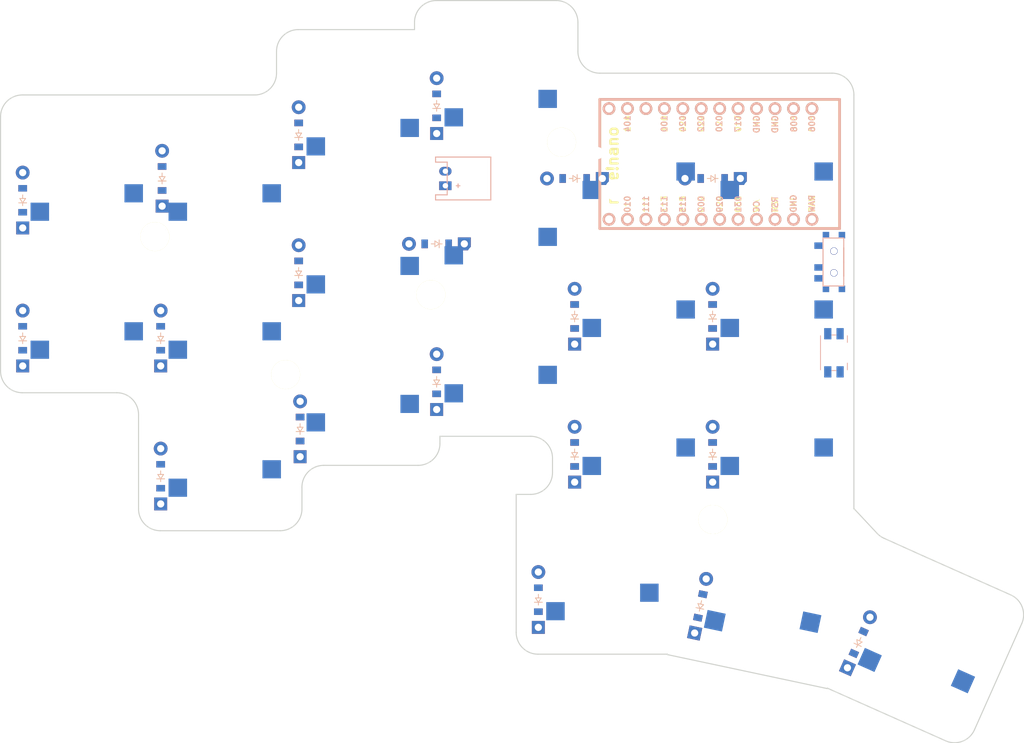
<source format=kicad_pcb>


(kicad_pcb (version 20171130) (host pcbnew 5.1.6)

  (page A3)
  (title_block
    (title "left")
    (rev "v1.0.0")
    (company "Unknown")
  )

  (general
    (thickness 1.6)
  )

  (layers
    (0 F.Cu signal)
    (31 B.Cu signal)
    (32 B.Adhes user)
    (33 F.Adhes user)
    (34 B.Paste user)
    (35 F.Paste user)
    (36 B.SilkS user)
    (37 F.SilkS user)
    (38 B.Mask user)
    (39 F.Mask user)
    (40 Dwgs.User user)
    (41 Cmts.User user)
    (42 Eco1.User user)
    (43 Eco2.User user)
    (44 Edge.Cuts user)
    (45 Margin user)
    (46 B.CrtYd user)
    (47 F.CrtYd user)
    (48 B.Fab user)
    (49 F.Fab user)
  )

  (setup
    (last_trace_width 0.25)
    (trace_clearance 0.2)
    (zone_clearance 0.508)
    (zone_45_only no)
    (trace_min 0.2)
    (via_size 0.8)
    (via_drill 0.4)
    (via_min_size 0.4)
    (via_min_drill 0.3)
    (uvia_size 0.3)
    (uvia_drill 0.1)
    (uvias_allowed no)
    (uvia_min_size 0.2)
    (uvia_min_drill 0.1)
    (edge_width 0.05)
    (segment_width 0.2)
    (pcb_text_width 0.3)
    (pcb_text_size 1.5 1.5)
    (mod_edge_width 0.12)
    (mod_text_size 1 1)
    (mod_text_width 0.15)
    (pad_size 1.524 1.524)
    (pad_drill 0.762)
    (pad_to_mask_clearance 0.05)
    (aux_axis_origin 0 0)
    (visible_elements FFFFFF7F)
    (pcbplotparams
      (layerselection 0x010fc_ffffffff)
      (usegerberextensions false)
      (usegerberattributes true)
      (usegerberadvancedattributes true)
      (creategerberjobfile true)
      (excludeedgelayer true)
      (linewidth 0.100000)
      (plotframeref false)
      (viasonmask false)
      (mode 1)
      (useauxorigin false)
      (hpglpennumber 1)
      (hpglpenspeed 20)
      (hpglpendiameter 15.000000)
      (psnegative false)
      (psa4output false)
      (plotreference true)
      (plotvalue true)
      (plotinvisibletext false)
      (padsonsilk false)
      (subtractmaskfromsilk false)
      (outputformat 1)
      (mirror false)
      (drillshape 1)
      (scaleselection 1)
      (outputdirectory ""))
  )

  (net 0 "")
(net 1 "P020")
(net 2 "P029")
(net 3 "P031")
(net 4 "P022")
(net 5 "P002")
(net 6 "P024")
(net 7 "P100")
(net 8 "P011")
(net 9 "P017")
(net 10 "P155")
(net 11 "RAW")
(net 12 "GND")
(net 13 "RST")
(net 14 "VCC")
(net 15 "P115")
(net 16 "P113")
(net 17 "P111")
(net 18 "P010")
(net 19 "P009")
(net 20 "P006")
(net 21 "P008")
(net 22 "P104")
(net 23 "P106")
(net 24 "pos")
(net 25 "outer_home")
(net 26 "outer_top")
(net 27 "pinky_bottom")
(net 28 "pinky_home")
(net 29 "ring_home")
(net 30 "ring_top")
(net 31 "middle_bottom")
(net 32 "middle_top")
(net 33 "index_bottom")
(net 34 "index_home")
(net 35 "inner_bottom")
(net 36 "inner_home")
(net 37 "near_thumb")
(net 38 "home_thumb")
(net 39 "far_thumb")
(net 40 "pinky_top")
(net 41 "ring_bottom")
(net 42 "middle_home")
(net 43 "index_top")
(net 44 "inner_top")

  (net_class Default "This is the default net class."
    (clearance 0.2)
    (trace_width 0.25)
    (via_dia 0.8)
    (via_drill 0.4)
    (uvia_dia 0.3)
    (uvia_drill 0.1)
    (add_net "")
(add_net "P020")
(add_net "P029")
(add_net "P031")
(add_net "P022")
(add_net "P002")
(add_net "P024")
(add_net "P100")
(add_net "P011")
(add_net "P017")
(add_net "P155")
(add_net "RAW")
(add_net "GND")
(add_net "RST")
(add_net "VCC")
(add_net "P115")
(add_net "P113")
(add_net "P111")
(add_net "P010")
(add_net "P009")
(add_net "P006")
(add_net "P008")
(add_net "P104")
(add_net "P106")
(add_net "pos")
(add_net "outer_home")
(add_net "outer_top")
(add_net "pinky_bottom")
(add_net "pinky_home")
(add_net "ring_home")
(add_net "ring_top")
(add_net "middle_bottom")
(add_net "middle_top")
(add_net "index_bottom")
(add_net "index_home")
(add_net "inner_bottom")
(add_net "inner_home")
(add_net "near_thumb")
(add_net "home_thumb")
(add_net "far_thumb")
(add_net "pinky_top")
(add_net "ring_bottom")
(add_net "middle_home")
(add_net "index_top")
(add_net "inner_top")
  )

  
        
      (module MX (layer F.Cu) (tedit 5DD4F656)
      (at 0 -19 180)

      
      (fp_text reference "S1" (at 0 0) (layer F.SilkS) hide (effects (font (size 1.27 1.27) (thickness 0.15))))
      (fp_text value "" (at 0 0) (layer F.SilkS) hide (effects (font (size 1.27 1.27) (thickness 0.15))))

      
      (fp_line (start -7 -6) (end -7 -7) (layer Dwgs.User) (width 0.15))
      (fp_line (start -7 7) (end -6 7) (layer Dwgs.User) (width 0.15))
      (fp_line (start -6 -7) (end -7 -7) (layer Dwgs.User) (width 0.15))
      (fp_line (start -7 7) (end -7 6) (layer Dwgs.User) (width 0.15))
      (fp_line (start 7 6) (end 7 7) (layer Dwgs.User) (width 0.15))
      (fp_line (start 7 -7) (end 6 -7) (layer Dwgs.User) (width 0.15))
      (fp_line (start 6 7) (end 7 7) (layer Dwgs.User) (width 0.15))
      (fp_line (start 7 -7) (end 7 -6) (layer Dwgs.User) (width 0.15))
    
      
      (pad "" np_thru_hole circle (at 0 0) (size 3.9878 3.9878) (drill 3.9878) (layers *.Cu *.Mask))

      
      (pad "" np_thru_hole circle (at 5.08 0) (size 1.7018 1.7018) (drill 1.7018) (layers *.Cu *.Mask))
      (pad "" np_thru_hole circle (at -5.08 0) (size 1.7018 1.7018) (drill 1.7018) (layers *.Cu *.Mask))
      
        
      
      (fp_line (start -9.5 -9.5) (end 9.5 -9.5) (layer Dwgs.User) (width 0.15))
      (fp_line (start 9.5 -9.5) (end 9.5 9.5) (layer Dwgs.User) (width 0.15))
      (fp_line (start 9.5 9.5) (end -9.5 9.5) (layer Dwgs.User) (width 0.15))
      (fp_line (start -9.5 9.5) (end -9.5 -9.5) (layer Dwgs.User) (width 0.15))
      
        
        
        (pad "" np_thru_hole circle (at 2.54 -5.08) (size 3 3) (drill 3) (layers *.Cu *.Mask))
        (pad "" np_thru_hole circle (at -3.81 -2.54) (size 3 3) (drill 3) (layers *.Cu *.Mask))
        
        
        (pad 1 smd rect (at -7.085 -2.54 180) (size 2.55 2.5) (layers B.Cu B.Paste B.Mask) (net 1 "P020"))
        (pad 2 smd rect (at 5.842 -5.08 180) (size 2.55 2.5) (layers B.Cu B.Paste B.Mask) (net 2 "P029"))
        )
        

        
      (module MX (layer F.Cu) (tedit 5DD4F656)
      (at 0 -38 180)

      
      (fp_text reference "S2" (at 0 0) (layer F.SilkS) hide (effects (font (size 1.27 1.27) (thickness 0.15))))
      (fp_text value "" (at 0 0) (layer F.SilkS) hide (effects (font (size 1.27 1.27) (thickness 0.15))))

      
      (fp_line (start -7 -6) (end -7 -7) (layer Dwgs.User) (width 0.15))
      (fp_line (start -7 7) (end -6 7) (layer Dwgs.User) (width 0.15))
      (fp_line (start -6 -7) (end -7 -7) (layer Dwgs.User) (width 0.15))
      (fp_line (start -7 7) (end -7 6) (layer Dwgs.User) (width 0.15))
      (fp_line (start 7 6) (end 7 7) (layer Dwgs.User) (width 0.15))
      (fp_line (start 7 -7) (end 6 -7) (layer Dwgs.User) (width 0.15))
      (fp_line (start 6 7) (end 7 7) (layer Dwgs.User) (width 0.15))
      (fp_line (start 7 -7) (end 7 -6) (layer Dwgs.User) (width 0.15))
    
      
      (pad "" np_thru_hole circle (at 0 0) (size 3.9878 3.9878) (drill 3.9878) (layers *.Cu *.Mask))

      
      (pad "" np_thru_hole circle (at 5.08 0) (size 1.7018 1.7018) (drill 1.7018) (layers *.Cu *.Mask))
      (pad "" np_thru_hole circle (at -5.08 0) (size 1.7018 1.7018) (drill 1.7018) (layers *.Cu *.Mask))
      
        
      
      (fp_line (start -9.5 -9.5) (end 9.5 -9.5) (layer Dwgs.User) (width 0.15))
      (fp_line (start 9.5 -9.5) (end 9.5 9.5) (layer Dwgs.User) (width 0.15))
      (fp_line (start 9.5 9.5) (end -9.5 9.5) (layer Dwgs.User) (width 0.15))
      (fp_line (start -9.5 9.5) (end -9.5 -9.5) (layer Dwgs.User) (width 0.15))
      
        
        
        (pad "" np_thru_hole circle (at 2.54 -5.08) (size 3 3) (drill 3) (layers *.Cu *.Mask))
        (pad "" np_thru_hole circle (at -3.81 -2.54) (size 3 3) (drill 3) (layers *.Cu *.Mask))
        
        
        (pad 1 smd rect (at -7.085 -2.54 180) (size 2.55 2.5) (layers B.Cu B.Paste B.Mask) (net 1 "P020"))
        (pad 2 smd rect (at 5.842 -5.08 180) (size 2.55 2.5) (layers B.Cu B.Paste B.Mask) (net 3 "P031"))
        )
        

        
      (module MX (layer F.Cu) (tedit 5DD4F656)
      (at 19 0 180)

      
      (fp_text reference "S3" (at 0 0) (layer F.SilkS) hide (effects (font (size 1.27 1.27) (thickness 0.15))))
      (fp_text value "" (at 0 0) (layer F.SilkS) hide (effects (font (size 1.27 1.27) (thickness 0.15))))

      
      (fp_line (start -7 -6) (end -7 -7) (layer Dwgs.User) (width 0.15))
      (fp_line (start -7 7) (end -6 7) (layer Dwgs.User) (width 0.15))
      (fp_line (start -6 -7) (end -7 -7) (layer Dwgs.User) (width 0.15))
      (fp_line (start -7 7) (end -7 6) (layer Dwgs.User) (width 0.15))
      (fp_line (start 7 6) (end 7 7) (layer Dwgs.User) (width 0.15))
      (fp_line (start 7 -7) (end 6 -7) (layer Dwgs.User) (width 0.15))
      (fp_line (start 6 7) (end 7 7) (layer Dwgs.User) (width 0.15))
      (fp_line (start 7 -7) (end 7 -6) (layer Dwgs.User) (width 0.15))
    
      
      (pad "" np_thru_hole circle (at 0 0) (size 3.9878 3.9878) (drill 3.9878) (layers *.Cu *.Mask))

      
      (pad "" np_thru_hole circle (at 5.08 0) (size 1.7018 1.7018) (drill 1.7018) (layers *.Cu *.Mask))
      (pad "" np_thru_hole circle (at -5.08 0) (size 1.7018 1.7018) (drill 1.7018) (layers *.Cu *.Mask))
      
        
      
      (fp_line (start -9.5 -9.5) (end 9.5 -9.5) (layer Dwgs.User) (width 0.15))
      (fp_line (start 9.5 -9.5) (end 9.5 9.5) (layer Dwgs.User) (width 0.15))
      (fp_line (start 9.5 9.5) (end -9.5 9.5) (layer Dwgs.User) (width 0.15))
      (fp_line (start -9.5 9.5) (end -9.5 -9.5) (layer Dwgs.User) (width 0.15))
      
        
        
        (pad "" np_thru_hole circle (at 2.54 -5.08) (size 3 3) (drill 3) (layers *.Cu *.Mask))
        (pad "" np_thru_hole circle (at -3.81 -2.54) (size 3 3) (drill 3) (layers *.Cu *.Mask))
        
        
        (pad 1 smd rect (at -7.085 -2.54 180) (size 2.55 2.5) (layers B.Cu B.Paste B.Mask) (net 4 "P022"))
        (pad 2 smd rect (at 5.842 -5.08 180) (size 2.55 2.5) (layers B.Cu B.Paste B.Mask) (net 5 "P002"))
        )
        

        
      (module MX (layer F.Cu) (tedit 5DD4F656)
      (at 19 -19 180)

      
      (fp_text reference "S4" (at 0 0) (layer F.SilkS) hide (effects (font (size 1.27 1.27) (thickness 0.15))))
      (fp_text value "" (at 0 0) (layer F.SilkS) hide (effects (font (size 1.27 1.27) (thickness 0.15))))

      
      (fp_line (start -7 -6) (end -7 -7) (layer Dwgs.User) (width 0.15))
      (fp_line (start -7 7) (end -6 7) (layer Dwgs.User) (width 0.15))
      (fp_line (start -6 -7) (end -7 -7) (layer Dwgs.User) (width 0.15))
      (fp_line (start -7 7) (end -7 6) (layer Dwgs.User) (width 0.15))
      (fp_line (start 7 6) (end 7 7) (layer Dwgs.User) (width 0.15))
      (fp_line (start 7 -7) (end 6 -7) (layer Dwgs.User) (width 0.15))
      (fp_line (start 6 7) (end 7 7) (layer Dwgs.User) (width 0.15))
      (fp_line (start 7 -7) (end 7 -6) (layer Dwgs.User) (width 0.15))
    
      
      (pad "" np_thru_hole circle (at 0 0) (size 3.9878 3.9878) (drill 3.9878) (layers *.Cu *.Mask))

      
      (pad "" np_thru_hole circle (at 5.08 0) (size 1.7018 1.7018) (drill 1.7018) (layers *.Cu *.Mask))
      (pad "" np_thru_hole circle (at -5.08 0) (size 1.7018 1.7018) (drill 1.7018) (layers *.Cu *.Mask))
      
        
      
      (fp_line (start -9.5 -9.5) (end 9.5 -9.5) (layer Dwgs.User) (width 0.15))
      (fp_line (start 9.5 -9.5) (end 9.5 9.5) (layer Dwgs.User) (width 0.15))
      (fp_line (start 9.5 9.5) (end -9.5 9.5) (layer Dwgs.User) (width 0.15))
      (fp_line (start -9.5 9.5) (end -9.5 -9.5) (layer Dwgs.User) (width 0.15))
      
        
        
        (pad "" np_thru_hole circle (at 2.54 -5.08) (size 3 3) (drill 3) (layers *.Cu *.Mask))
        (pad "" np_thru_hole circle (at -3.81 -2.54) (size 3 3) (drill 3) (layers *.Cu *.Mask))
        
        
        (pad 1 smd rect (at -7.085 -2.54 180) (size 2.55 2.5) (layers B.Cu B.Paste B.Mask) (net 4 "P022"))
        (pad 2 smd rect (at 5.842 -5.08 180) (size 2.55 2.5) (layers B.Cu B.Paste B.Mask) (net 2 "P029"))
        )
        

        
      (module MX (layer F.Cu) (tedit 5DD4F656)
      (at 19 -38 180)

      
      (fp_text reference "S5" (at 0 0) (layer F.SilkS) hide (effects (font (size 1.27 1.27) (thickness 0.15))))
      (fp_text value "" (at 0 0) (layer F.SilkS) hide (effects (font (size 1.27 1.27) (thickness 0.15))))

      
      (fp_line (start -7 -6) (end -7 -7) (layer Dwgs.User) (width 0.15))
      (fp_line (start -7 7) (end -6 7) (layer Dwgs.User) (width 0.15))
      (fp_line (start -6 -7) (end -7 -7) (layer Dwgs.User) (width 0.15))
      (fp_line (start -7 7) (end -7 6) (layer Dwgs.User) (width 0.15))
      (fp_line (start 7 6) (end 7 7) (layer Dwgs.User) (width 0.15))
      (fp_line (start 7 -7) (end 6 -7) (layer Dwgs.User) (width 0.15))
      (fp_line (start 6 7) (end 7 7) (layer Dwgs.User) (width 0.15))
      (fp_line (start 7 -7) (end 7 -6) (layer Dwgs.User) (width 0.15))
    
      
      (pad "" np_thru_hole circle (at 0 0) (size 3.9878 3.9878) (drill 3.9878) (layers *.Cu *.Mask))

      
      (pad "" np_thru_hole circle (at 5.08 0) (size 1.7018 1.7018) (drill 1.7018) (layers *.Cu *.Mask))
      (pad "" np_thru_hole circle (at -5.08 0) (size 1.7018 1.7018) (drill 1.7018) (layers *.Cu *.Mask))
      
        
      
      (fp_line (start -9.5 -9.5) (end 9.5 -9.5) (layer Dwgs.User) (width 0.15))
      (fp_line (start 9.5 -9.5) (end 9.5 9.5) (layer Dwgs.User) (width 0.15))
      (fp_line (start 9.5 9.5) (end -9.5 9.5) (layer Dwgs.User) (width 0.15))
      (fp_line (start -9.5 9.5) (end -9.5 -9.5) (layer Dwgs.User) (width 0.15))
      
        
        
        (pad "" np_thru_hole circle (at 2.54 -5.08) (size 3 3) (drill 3) (layers *.Cu *.Mask))
        (pad "" np_thru_hole circle (at -3.81 -2.54) (size 3 3) (drill 3) (layers *.Cu *.Mask))
        
        
        (pad 1 smd rect (at -7.085 -2.54 180) (size 2.55 2.5) (layers B.Cu B.Paste B.Mask) (net 4 "P022"))
        (pad 2 smd rect (at 5.842 -5.08 180) (size 2.55 2.5) (layers B.Cu B.Paste B.Mask) (net 3 "P031"))
        )
        

        
      (module MX (layer F.Cu) (tedit 5DD4F656)
      (at 38 -9 180)

      
      (fp_text reference "S6" (at 0 0) (layer F.SilkS) hide (effects (font (size 1.27 1.27) (thickness 0.15))))
      (fp_text value "" (at 0 0) (layer F.SilkS) hide (effects (font (size 1.27 1.27) (thickness 0.15))))

      
      (fp_line (start -7 -6) (end -7 -7) (layer Dwgs.User) (width 0.15))
      (fp_line (start -7 7) (end -6 7) (layer Dwgs.User) (width 0.15))
      (fp_line (start -6 -7) (end -7 -7) (layer Dwgs.User) (width 0.15))
      (fp_line (start -7 7) (end -7 6) (layer Dwgs.User) (width 0.15))
      (fp_line (start 7 6) (end 7 7) (layer Dwgs.User) (width 0.15))
      (fp_line (start 7 -7) (end 6 -7) (layer Dwgs.User) (width 0.15))
      (fp_line (start 6 7) (end 7 7) (layer Dwgs.User) (width 0.15))
      (fp_line (start 7 -7) (end 7 -6) (layer Dwgs.User) (width 0.15))
    
      
      (pad "" np_thru_hole circle (at 0 0) (size 3.9878 3.9878) (drill 3.9878) (layers *.Cu *.Mask))

      
      (pad "" np_thru_hole circle (at 5.08 0) (size 1.7018 1.7018) (drill 1.7018) (layers *.Cu *.Mask))
      (pad "" np_thru_hole circle (at -5.08 0) (size 1.7018 1.7018) (drill 1.7018) (layers *.Cu *.Mask))
      
        
      
      (fp_line (start -9.5 -9.5) (end 9.5 -9.5) (layer Dwgs.User) (width 0.15))
      (fp_line (start 9.5 -9.5) (end 9.5 9.5) (layer Dwgs.User) (width 0.15))
      (fp_line (start 9.5 9.5) (end -9.5 9.5) (layer Dwgs.User) (width 0.15))
      (fp_line (start -9.5 9.5) (end -9.5 -9.5) (layer Dwgs.User) (width 0.15))
      
        
        
        (pad "" np_thru_hole circle (at 2.54 -5.08) (size 3 3) (drill 3) (layers *.Cu *.Mask))
        (pad "" np_thru_hole circle (at -3.81 -2.54) (size 3 3) (drill 3) (layers *.Cu *.Mask))
        
        
        (pad 1 smd rect (at -7.085 -2.54 180) (size 2.55 2.5) (layers B.Cu B.Paste B.Mask) (net 6 "P024"))
        (pad 2 smd rect (at 5.842 -5.08 180) (size 2.55 2.5) (layers B.Cu B.Paste B.Mask) (net 5 "P002"))
        )
        

        
      (module MX (layer F.Cu) (tedit 5DD4F656)
      (at 38 -28 180)

      
      (fp_text reference "S7" (at 0 0) (layer F.SilkS) hide (effects (font (size 1.27 1.27) (thickness 0.15))))
      (fp_text value "" (at 0 0) (layer F.SilkS) hide (effects (font (size 1.27 1.27) (thickness 0.15))))

      
      (fp_line (start -7 -6) (end -7 -7) (layer Dwgs.User) (width 0.15))
      (fp_line (start -7 7) (end -6 7) (layer Dwgs.User) (width 0.15))
      (fp_line (start -6 -7) (end -7 -7) (layer Dwgs.User) (width 0.15))
      (fp_line (start -7 7) (end -7 6) (layer Dwgs.User) (width 0.15))
      (fp_line (start 7 6) (end 7 7) (layer Dwgs.User) (width 0.15))
      (fp_line (start 7 -7) (end 6 -7) (layer Dwgs.User) (width 0.15))
      (fp_line (start 6 7) (end 7 7) (layer Dwgs.User) (width 0.15))
      (fp_line (start 7 -7) (end 7 -6) (layer Dwgs.User) (width 0.15))
    
      
      (pad "" np_thru_hole circle (at 0 0) (size 3.9878 3.9878) (drill 3.9878) (layers *.Cu *.Mask))

      
      (pad "" np_thru_hole circle (at 5.08 0) (size 1.7018 1.7018) (drill 1.7018) (layers *.Cu *.Mask))
      (pad "" np_thru_hole circle (at -5.08 0) (size 1.7018 1.7018) (drill 1.7018) (layers *.Cu *.Mask))
      
        
      
      (fp_line (start -9.5 -9.5) (end 9.5 -9.5) (layer Dwgs.User) (width 0.15))
      (fp_line (start 9.5 -9.5) (end 9.5 9.5) (layer Dwgs.User) (width 0.15))
      (fp_line (start 9.5 9.5) (end -9.5 9.5) (layer Dwgs.User) (width 0.15))
      (fp_line (start -9.5 9.5) (end -9.5 -9.5) (layer Dwgs.User) (width 0.15))
      
        
        
        (pad "" np_thru_hole circle (at 2.54 -5.08) (size 3 3) (drill 3) (layers *.Cu *.Mask))
        (pad "" np_thru_hole circle (at -3.81 -2.54) (size 3 3) (drill 3) (layers *.Cu *.Mask))
        
        
        (pad 1 smd rect (at -7.085 -2.54 180) (size 2.55 2.5) (layers B.Cu B.Paste B.Mask) (net 6 "P024"))
        (pad 2 smd rect (at 5.842 -5.08 180) (size 2.55 2.5) (layers B.Cu B.Paste B.Mask) (net 2 "P029"))
        )
        

        
      (module MX (layer F.Cu) (tedit 5DD4F656)
      (at 38 -47 180)

      
      (fp_text reference "S8" (at 0 0) (layer F.SilkS) hide (effects (font (size 1.27 1.27) (thickness 0.15))))
      (fp_text value "" (at 0 0) (layer F.SilkS) hide (effects (font (size 1.27 1.27) (thickness 0.15))))

      
      (fp_line (start -7 -6) (end -7 -7) (layer Dwgs.User) (width 0.15))
      (fp_line (start -7 7) (end -6 7) (layer Dwgs.User) (width 0.15))
      (fp_line (start -6 -7) (end -7 -7) (layer Dwgs.User) (width 0.15))
      (fp_line (start -7 7) (end -7 6) (layer Dwgs.User) (width 0.15))
      (fp_line (start 7 6) (end 7 7) (layer Dwgs.User) (width 0.15))
      (fp_line (start 7 -7) (end 6 -7) (layer Dwgs.User) (width 0.15))
      (fp_line (start 6 7) (end 7 7) (layer Dwgs.User) (width 0.15))
      (fp_line (start 7 -7) (end 7 -6) (layer Dwgs.User) (width 0.15))
    
      
      (pad "" np_thru_hole circle (at 0 0) (size 3.9878 3.9878) (drill 3.9878) (layers *.Cu *.Mask))

      
      (pad "" np_thru_hole circle (at 5.08 0) (size 1.7018 1.7018) (drill 1.7018) (layers *.Cu *.Mask))
      (pad "" np_thru_hole circle (at -5.08 0) (size 1.7018 1.7018) (drill 1.7018) (layers *.Cu *.Mask))
      
        
      
      (fp_line (start -9.5 -9.5) (end 9.5 -9.5) (layer Dwgs.User) (width 0.15))
      (fp_line (start 9.5 -9.5) (end 9.5 9.5) (layer Dwgs.User) (width 0.15))
      (fp_line (start 9.5 9.5) (end -9.5 9.5) (layer Dwgs.User) (width 0.15))
      (fp_line (start -9.5 9.5) (end -9.5 -9.5) (layer Dwgs.User) (width 0.15))
      
        
        
        (pad "" np_thru_hole circle (at 2.54 -5.08) (size 3 3) (drill 3) (layers *.Cu *.Mask))
        (pad "" np_thru_hole circle (at -3.81 -2.54) (size 3 3) (drill 3) (layers *.Cu *.Mask))
        
        
        (pad 1 smd rect (at -7.085 -2.54 180) (size 2.55 2.5) (layers B.Cu B.Paste B.Mask) (net 6 "P024"))
        (pad 2 smd rect (at 5.842 -5.08 180) (size 2.55 2.5) (layers B.Cu B.Paste B.Mask) (net 3 "P031"))
        )
        

        
      (module MX (layer F.Cu) (tedit 5DD4F656)
      (at 57 -13 180)

      
      (fp_text reference "S9" (at 0 0) (layer F.SilkS) hide (effects (font (size 1.27 1.27) (thickness 0.15))))
      (fp_text value "" (at 0 0) (layer F.SilkS) hide (effects (font (size 1.27 1.27) (thickness 0.15))))

      
      (fp_line (start -7 -6) (end -7 -7) (layer Dwgs.User) (width 0.15))
      (fp_line (start -7 7) (end -6 7) (layer Dwgs.User) (width 0.15))
      (fp_line (start -6 -7) (end -7 -7) (layer Dwgs.User) (width 0.15))
      (fp_line (start -7 7) (end -7 6) (layer Dwgs.User) (width 0.15))
      (fp_line (start 7 6) (end 7 7) (layer Dwgs.User) (width 0.15))
      (fp_line (start 7 -7) (end 6 -7) (layer Dwgs.User) (width 0.15))
      (fp_line (start 6 7) (end 7 7) (layer Dwgs.User) (width 0.15))
      (fp_line (start 7 -7) (end 7 -6) (layer Dwgs.User) (width 0.15))
    
      
      (pad "" np_thru_hole circle (at 0 0) (size 3.9878 3.9878) (drill 3.9878) (layers *.Cu *.Mask))

      
      (pad "" np_thru_hole circle (at 5.08 0) (size 1.7018 1.7018) (drill 1.7018) (layers *.Cu *.Mask))
      (pad "" np_thru_hole circle (at -5.08 0) (size 1.7018 1.7018) (drill 1.7018) (layers *.Cu *.Mask))
      
        
      
      (fp_line (start -9.5 -9.5) (end 9.5 -9.5) (layer Dwgs.User) (width 0.15))
      (fp_line (start 9.5 -9.5) (end 9.5 9.5) (layer Dwgs.User) (width 0.15))
      (fp_line (start 9.5 9.5) (end -9.5 9.5) (layer Dwgs.User) (width 0.15))
      (fp_line (start -9.5 9.5) (end -9.5 -9.5) (layer Dwgs.User) (width 0.15))
      
        
        
        (pad "" np_thru_hole circle (at 2.54 -5.08) (size 3 3) (drill 3) (layers *.Cu *.Mask))
        (pad "" np_thru_hole circle (at -3.81 -2.54) (size 3 3) (drill 3) (layers *.Cu *.Mask))
        
        
        (pad 1 smd rect (at -7.085 -2.54 180) (size 2.55 2.5) (layers B.Cu B.Paste B.Mask) (net 7 "P100"))
        (pad 2 smd rect (at 5.842 -5.08 180) (size 2.55 2.5) (layers B.Cu B.Paste B.Mask) (net 5 "P002"))
        )
        

        
      (module MX (layer F.Cu) (tedit 5DD4F656)
      (at 57 -32 180)

      
      (fp_text reference "S10" (at 0 0) (layer F.SilkS) hide (effects (font (size 1.27 1.27) (thickness 0.15))))
      (fp_text value "" (at 0 0) (layer F.SilkS) hide (effects (font (size 1.27 1.27) (thickness 0.15))))

      
      (fp_line (start -7 -6) (end -7 -7) (layer Dwgs.User) (width 0.15))
      (fp_line (start -7 7) (end -6 7) (layer Dwgs.User) (width 0.15))
      (fp_line (start -6 -7) (end -7 -7) (layer Dwgs.User) (width 0.15))
      (fp_line (start -7 7) (end -7 6) (layer Dwgs.User) (width 0.15))
      (fp_line (start 7 6) (end 7 7) (layer Dwgs.User) (width 0.15))
      (fp_line (start 7 -7) (end 6 -7) (layer Dwgs.User) (width 0.15))
      (fp_line (start 6 7) (end 7 7) (layer Dwgs.User) (width 0.15))
      (fp_line (start 7 -7) (end 7 -6) (layer Dwgs.User) (width 0.15))
    
      
      (pad "" np_thru_hole circle (at 0 0) (size 3.9878 3.9878) (drill 3.9878) (layers *.Cu *.Mask))

      
      (pad "" np_thru_hole circle (at 5.08 0) (size 1.7018 1.7018) (drill 1.7018) (layers *.Cu *.Mask))
      (pad "" np_thru_hole circle (at -5.08 0) (size 1.7018 1.7018) (drill 1.7018) (layers *.Cu *.Mask))
      
        
      
      (fp_line (start -9.5 -9.5) (end 9.5 -9.5) (layer Dwgs.User) (width 0.15))
      (fp_line (start 9.5 -9.5) (end 9.5 9.5) (layer Dwgs.User) (width 0.15))
      (fp_line (start 9.5 9.5) (end -9.5 9.5) (layer Dwgs.User) (width 0.15))
      (fp_line (start -9.5 9.5) (end -9.5 -9.5) (layer Dwgs.User) (width 0.15))
      
        
        
        (pad "" np_thru_hole circle (at 2.54 -5.08) (size 3 3) (drill 3) (layers *.Cu *.Mask))
        (pad "" np_thru_hole circle (at -3.81 -2.54) (size 3 3) (drill 3) (layers *.Cu *.Mask))
        
        
        (pad 1 smd rect (at -7.085 -2.54 180) (size 2.55 2.5) (layers B.Cu B.Paste B.Mask) (net 7 "P100"))
        (pad 2 smd rect (at 5.842 -5.08 180) (size 2.55 2.5) (layers B.Cu B.Paste B.Mask) (net 2 "P029"))
        )
        

        
      (module MX (layer F.Cu) (tedit 5DD4F656)
      (at 57 -51 180)

      
      (fp_text reference "S11" (at 0 0) (layer F.SilkS) hide (effects (font (size 1.27 1.27) (thickness 0.15))))
      (fp_text value "" (at 0 0) (layer F.SilkS) hide (effects (font (size 1.27 1.27) (thickness 0.15))))

      
      (fp_line (start -7 -6) (end -7 -7) (layer Dwgs.User) (width 0.15))
      (fp_line (start -7 7) (end -6 7) (layer Dwgs.User) (width 0.15))
      (fp_line (start -6 -7) (end -7 -7) (layer Dwgs.User) (width 0.15))
      (fp_line (start -7 7) (end -7 6) (layer Dwgs.User) (width 0.15))
      (fp_line (start 7 6) (end 7 7) (layer Dwgs.User) (width 0.15))
      (fp_line (start 7 -7) (end 6 -7) (layer Dwgs.User) (width 0.15))
      (fp_line (start 6 7) (end 7 7) (layer Dwgs.User) (width 0.15))
      (fp_line (start 7 -7) (end 7 -6) (layer Dwgs.User) (width 0.15))
    
      
      (pad "" np_thru_hole circle (at 0 0) (size 3.9878 3.9878) (drill 3.9878) (layers *.Cu *.Mask))

      
      (pad "" np_thru_hole circle (at 5.08 0) (size 1.7018 1.7018) (drill 1.7018) (layers *.Cu *.Mask))
      (pad "" np_thru_hole circle (at -5.08 0) (size 1.7018 1.7018) (drill 1.7018) (layers *.Cu *.Mask))
      
        
      
      (fp_line (start -9.5 -9.5) (end 9.5 -9.5) (layer Dwgs.User) (width 0.15))
      (fp_line (start 9.5 -9.5) (end 9.5 9.5) (layer Dwgs.User) (width 0.15))
      (fp_line (start 9.5 9.5) (end -9.5 9.5) (layer Dwgs.User) (width 0.15))
      (fp_line (start -9.5 9.5) (end -9.5 -9.5) (layer Dwgs.User) (width 0.15))
      
        
        
        (pad "" np_thru_hole circle (at 2.54 -5.08) (size 3 3) (drill 3) (layers *.Cu *.Mask))
        (pad "" np_thru_hole circle (at -3.81 -2.54) (size 3 3) (drill 3) (layers *.Cu *.Mask))
        
        
        (pad 1 smd rect (at -7.085 -2.54 180) (size 2.55 2.5) (layers B.Cu B.Paste B.Mask) (net 7 "P100"))
        (pad 2 smd rect (at 5.842 -5.08 180) (size 2.55 2.5) (layers B.Cu B.Paste B.Mask) (net 3 "P031"))
        )
        

        
      (module MX (layer F.Cu) (tedit 5DD4F656)
      (at 76 -3 180)

      
      (fp_text reference "S12" (at 0 0) (layer F.SilkS) hide (effects (font (size 1.27 1.27) (thickness 0.15))))
      (fp_text value "" (at 0 0) (layer F.SilkS) hide (effects (font (size 1.27 1.27) (thickness 0.15))))

      
      (fp_line (start -7 -6) (end -7 -7) (layer Dwgs.User) (width 0.15))
      (fp_line (start -7 7) (end -6 7) (layer Dwgs.User) (width 0.15))
      (fp_line (start -6 -7) (end -7 -7) (layer Dwgs.User) (width 0.15))
      (fp_line (start -7 7) (end -7 6) (layer Dwgs.User) (width 0.15))
      (fp_line (start 7 6) (end 7 7) (layer Dwgs.User) (width 0.15))
      (fp_line (start 7 -7) (end 6 -7) (layer Dwgs.User) (width 0.15))
      (fp_line (start 6 7) (end 7 7) (layer Dwgs.User) (width 0.15))
      (fp_line (start 7 -7) (end 7 -6) (layer Dwgs.User) (width 0.15))
    
      
      (pad "" np_thru_hole circle (at 0 0) (size 3.9878 3.9878) (drill 3.9878) (layers *.Cu *.Mask))

      
      (pad "" np_thru_hole circle (at 5.08 0) (size 1.7018 1.7018) (drill 1.7018) (layers *.Cu *.Mask))
      (pad "" np_thru_hole circle (at -5.08 0) (size 1.7018 1.7018) (drill 1.7018) (layers *.Cu *.Mask))
      
        
      
      (fp_line (start -9.5 -9.5) (end 9.5 -9.5) (layer Dwgs.User) (width 0.15))
      (fp_line (start 9.5 -9.5) (end 9.5 9.5) (layer Dwgs.User) (width 0.15))
      (fp_line (start 9.5 9.5) (end -9.5 9.5) (layer Dwgs.User) (width 0.15))
      (fp_line (start -9.5 9.5) (end -9.5 -9.5) (layer Dwgs.User) (width 0.15))
      
        
        
        (pad "" np_thru_hole circle (at 2.54 -5.08) (size 3 3) (drill 3) (layers *.Cu *.Mask))
        (pad "" np_thru_hole circle (at -3.81 -2.54) (size 3 3) (drill 3) (layers *.Cu *.Mask))
        
        
        (pad 1 smd rect (at -7.085 -2.54 180) (size 2.55 2.5) (layers B.Cu B.Paste B.Mask) (net 8 "P011"))
        (pad 2 smd rect (at 5.842 -5.08 180) (size 2.55 2.5) (layers B.Cu B.Paste B.Mask) (net 5 "P002"))
        )
        

        
      (module MX (layer F.Cu) (tedit 5DD4F656)
      (at 76 -22 180)

      
      (fp_text reference "S13" (at 0 0) (layer F.SilkS) hide (effects (font (size 1.27 1.27) (thickness 0.15))))
      (fp_text value "" (at 0 0) (layer F.SilkS) hide (effects (font (size 1.27 1.27) (thickness 0.15))))

      
      (fp_line (start -7 -6) (end -7 -7) (layer Dwgs.User) (width 0.15))
      (fp_line (start -7 7) (end -6 7) (layer Dwgs.User) (width 0.15))
      (fp_line (start -6 -7) (end -7 -7) (layer Dwgs.User) (width 0.15))
      (fp_line (start -7 7) (end -7 6) (layer Dwgs.User) (width 0.15))
      (fp_line (start 7 6) (end 7 7) (layer Dwgs.User) (width 0.15))
      (fp_line (start 7 -7) (end 6 -7) (layer Dwgs.User) (width 0.15))
      (fp_line (start 6 7) (end 7 7) (layer Dwgs.User) (width 0.15))
      (fp_line (start 7 -7) (end 7 -6) (layer Dwgs.User) (width 0.15))
    
      
      (pad "" np_thru_hole circle (at 0 0) (size 3.9878 3.9878) (drill 3.9878) (layers *.Cu *.Mask))

      
      (pad "" np_thru_hole circle (at 5.08 0) (size 1.7018 1.7018) (drill 1.7018) (layers *.Cu *.Mask))
      (pad "" np_thru_hole circle (at -5.08 0) (size 1.7018 1.7018) (drill 1.7018) (layers *.Cu *.Mask))
      
        
      
      (fp_line (start -9.5 -9.5) (end 9.5 -9.5) (layer Dwgs.User) (width 0.15))
      (fp_line (start 9.5 -9.5) (end 9.5 9.5) (layer Dwgs.User) (width 0.15))
      (fp_line (start 9.5 9.5) (end -9.5 9.5) (layer Dwgs.User) (width 0.15))
      (fp_line (start -9.5 9.5) (end -9.5 -9.5) (layer Dwgs.User) (width 0.15))
      
        
        
        (pad "" np_thru_hole circle (at 2.54 -5.08) (size 3 3) (drill 3) (layers *.Cu *.Mask))
        (pad "" np_thru_hole circle (at -3.81 -2.54) (size 3 3) (drill 3) (layers *.Cu *.Mask))
        
        
        (pad 1 smd rect (at -7.085 -2.54 180) (size 2.55 2.5) (layers B.Cu B.Paste B.Mask) (net 8 "P011"))
        (pad 2 smd rect (at 5.842 -5.08 180) (size 2.55 2.5) (layers B.Cu B.Paste B.Mask) (net 2 "P029"))
        )
        

        
      (module MX (layer F.Cu) (tedit 5DD4F656)
      (at 76 -41 180)

      
      (fp_text reference "S14" (at 0 0) (layer F.SilkS) hide (effects (font (size 1.27 1.27) (thickness 0.15))))
      (fp_text value "" (at 0 0) (layer F.SilkS) hide (effects (font (size 1.27 1.27) (thickness 0.15))))

      
      (fp_line (start -7 -6) (end -7 -7) (layer Dwgs.User) (width 0.15))
      (fp_line (start -7 7) (end -6 7) (layer Dwgs.User) (width 0.15))
      (fp_line (start -6 -7) (end -7 -7) (layer Dwgs.User) (width 0.15))
      (fp_line (start -7 7) (end -7 6) (layer Dwgs.User) (width 0.15))
      (fp_line (start 7 6) (end 7 7) (layer Dwgs.User) (width 0.15))
      (fp_line (start 7 -7) (end 6 -7) (layer Dwgs.User) (width 0.15))
      (fp_line (start 6 7) (end 7 7) (layer Dwgs.User) (width 0.15))
      (fp_line (start 7 -7) (end 7 -6) (layer Dwgs.User) (width 0.15))
    
      
      (pad "" np_thru_hole circle (at 0 0) (size 3.9878 3.9878) (drill 3.9878) (layers *.Cu *.Mask))

      
      (pad "" np_thru_hole circle (at 5.08 0) (size 1.7018 1.7018) (drill 1.7018) (layers *.Cu *.Mask))
      (pad "" np_thru_hole circle (at -5.08 0) (size 1.7018 1.7018) (drill 1.7018) (layers *.Cu *.Mask))
      
        
      
      (fp_line (start -9.5 -9.5) (end 9.5 -9.5) (layer Dwgs.User) (width 0.15))
      (fp_line (start 9.5 -9.5) (end 9.5 9.5) (layer Dwgs.User) (width 0.15))
      (fp_line (start 9.5 9.5) (end -9.5 9.5) (layer Dwgs.User) (width 0.15))
      (fp_line (start -9.5 9.5) (end -9.5 -9.5) (layer Dwgs.User) (width 0.15))
      
        
        
        (pad "" np_thru_hole circle (at 2.54 -5.08) (size 3 3) (drill 3) (layers *.Cu *.Mask))
        (pad "" np_thru_hole circle (at -3.81 -2.54) (size 3 3) (drill 3) (layers *.Cu *.Mask))
        
        
        (pad 1 smd rect (at -7.085 -2.54 180) (size 2.55 2.5) (layers B.Cu B.Paste B.Mask) (net 8 "P011"))
        (pad 2 smd rect (at 5.842 -5.08 180) (size 2.55 2.5) (layers B.Cu B.Paste B.Mask) (net 3 "P031"))
        )
        

        
      (module MX (layer F.Cu) (tedit 5DD4F656)
      (at 95 -3 180)

      
      (fp_text reference "S15" (at 0 0) (layer F.SilkS) hide (effects (font (size 1.27 1.27) (thickness 0.15))))
      (fp_text value "" (at 0 0) (layer F.SilkS) hide (effects (font (size 1.27 1.27) (thickness 0.15))))

      
      (fp_line (start -7 -6) (end -7 -7) (layer Dwgs.User) (width 0.15))
      (fp_line (start -7 7) (end -6 7) (layer Dwgs.User) (width 0.15))
      (fp_line (start -6 -7) (end -7 -7) (layer Dwgs.User) (width 0.15))
      (fp_line (start -7 7) (end -7 6) (layer Dwgs.User) (width 0.15))
      (fp_line (start 7 6) (end 7 7) (layer Dwgs.User) (width 0.15))
      (fp_line (start 7 -7) (end 6 -7) (layer Dwgs.User) (width 0.15))
      (fp_line (start 6 7) (end 7 7) (layer Dwgs.User) (width 0.15))
      (fp_line (start 7 -7) (end 7 -6) (layer Dwgs.User) (width 0.15))
    
      
      (pad "" np_thru_hole circle (at 0 0) (size 3.9878 3.9878) (drill 3.9878) (layers *.Cu *.Mask))

      
      (pad "" np_thru_hole circle (at 5.08 0) (size 1.7018 1.7018) (drill 1.7018) (layers *.Cu *.Mask))
      (pad "" np_thru_hole circle (at -5.08 0) (size 1.7018 1.7018) (drill 1.7018) (layers *.Cu *.Mask))
      
        
      
      (fp_line (start -9.5 -9.5) (end 9.5 -9.5) (layer Dwgs.User) (width 0.15))
      (fp_line (start 9.5 -9.5) (end 9.5 9.5) (layer Dwgs.User) (width 0.15))
      (fp_line (start 9.5 9.5) (end -9.5 9.5) (layer Dwgs.User) (width 0.15))
      (fp_line (start -9.5 9.5) (end -9.5 -9.5) (layer Dwgs.User) (width 0.15))
      
        
        
        (pad "" np_thru_hole circle (at 2.54 -5.08) (size 3 3) (drill 3) (layers *.Cu *.Mask))
        (pad "" np_thru_hole circle (at -3.81 -2.54) (size 3 3) (drill 3) (layers *.Cu *.Mask))
        
        
        (pad 1 smd rect (at -7.085 -2.54 180) (size 2.55 2.5) (layers B.Cu B.Paste B.Mask) (net 9 "P017"))
        (pad 2 smd rect (at 5.842 -5.08 180) (size 2.55 2.5) (layers B.Cu B.Paste B.Mask) (net 5 "P002"))
        )
        

        
      (module MX (layer F.Cu) (tedit 5DD4F656)
      (at 95 -22 180)

      
      (fp_text reference "S16" (at 0 0) (layer F.SilkS) hide (effects (font (size 1.27 1.27) (thickness 0.15))))
      (fp_text value "" (at 0 0) (layer F.SilkS) hide (effects (font (size 1.27 1.27) (thickness 0.15))))

      
      (fp_line (start -7 -6) (end -7 -7) (layer Dwgs.User) (width 0.15))
      (fp_line (start -7 7) (end -6 7) (layer Dwgs.User) (width 0.15))
      (fp_line (start -6 -7) (end -7 -7) (layer Dwgs.User) (width 0.15))
      (fp_line (start -7 7) (end -7 6) (layer Dwgs.User) (width 0.15))
      (fp_line (start 7 6) (end 7 7) (layer Dwgs.User) (width 0.15))
      (fp_line (start 7 -7) (end 6 -7) (layer Dwgs.User) (width 0.15))
      (fp_line (start 6 7) (end 7 7) (layer Dwgs.User) (width 0.15))
      (fp_line (start 7 -7) (end 7 -6) (layer Dwgs.User) (width 0.15))
    
      
      (pad "" np_thru_hole circle (at 0 0) (size 3.9878 3.9878) (drill 3.9878) (layers *.Cu *.Mask))

      
      (pad "" np_thru_hole circle (at 5.08 0) (size 1.7018 1.7018) (drill 1.7018) (layers *.Cu *.Mask))
      (pad "" np_thru_hole circle (at -5.08 0) (size 1.7018 1.7018) (drill 1.7018) (layers *.Cu *.Mask))
      
        
      
      (fp_line (start -9.5 -9.5) (end 9.5 -9.5) (layer Dwgs.User) (width 0.15))
      (fp_line (start 9.5 -9.5) (end 9.5 9.5) (layer Dwgs.User) (width 0.15))
      (fp_line (start 9.5 9.5) (end -9.5 9.5) (layer Dwgs.User) (width 0.15))
      (fp_line (start -9.5 9.5) (end -9.5 -9.5) (layer Dwgs.User) (width 0.15))
      
        
        
        (pad "" np_thru_hole circle (at 2.54 -5.08) (size 3 3) (drill 3) (layers *.Cu *.Mask))
        (pad "" np_thru_hole circle (at -3.81 -2.54) (size 3 3) (drill 3) (layers *.Cu *.Mask))
        
        
        (pad 1 smd rect (at -7.085 -2.54 180) (size 2.55 2.5) (layers B.Cu B.Paste B.Mask) (net 9 "P017"))
        (pad 2 smd rect (at 5.842 -5.08 180) (size 2.55 2.5) (layers B.Cu B.Paste B.Mask) (net 2 "P029"))
        )
        

        
      (module MX (layer F.Cu) (tedit 5DD4F656)
      (at 95 -41 180)

      
      (fp_text reference "S17" (at 0 0) (layer F.SilkS) hide (effects (font (size 1.27 1.27) (thickness 0.15))))
      (fp_text value "" (at 0 0) (layer F.SilkS) hide (effects (font (size 1.27 1.27) (thickness 0.15))))

      
      (fp_line (start -7 -6) (end -7 -7) (layer Dwgs.User) (width 0.15))
      (fp_line (start -7 7) (end -6 7) (layer Dwgs.User) (width 0.15))
      (fp_line (start -6 -7) (end -7 -7) (layer Dwgs.User) (width 0.15))
      (fp_line (start -7 7) (end -7 6) (layer Dwgs.User) (width 0.15))
      (fp_line (start 7 6) (end 7 7) (layer Dwgs.User) (width 0.15))
      (fp_line (start 7 -7) (end 6 -7) (layer Dwgs.User) (width 0.15))
      (fp_line (start 6 7) (end 7 7) (layer Dwgs.User) (width 0.15))
      (fp_line (start 7 -7) (end 7 -6) (layer Dwgs.User) (width 0.15))
    
      
      (pad "" np_thru_hole circle (at 0 0) (size 3.9878 3.9878) (drill 3.9878) (layers *.Cu *.Mask))

      
      (pad "" np_thru_hole circle (at 5.08 0) (size 1.7018 1.7018) (drill 1.7018) (layers *.Cu *.Mask))
      (pad "" np_thru_hole circle (at -5.08 0) (size 1.7018 1.7018) (drill 1.7018) (layers *.Cu *.Mask))
      
        
      
      (fp_line (start -9.5 -9.5) (end 9.5 -9.5) (layer Dwgs.User) (width 0.15))
      (fp_line (start 9.5 -9.5) (end 9.5 9.5) (layer Dwgs.User) (width 0.15))
      (fp_line (start 9.5 9.5) (end -9.5 9.5) (layer Dwgs.User) (width 0.15))
      (fp_line (start -9.5 9.5) (end -9.5 -9.5) (layer Dwgs.User) (width 0.15))
      
        
        
        (pad "" np_thru_hole circle (at 2.54 -5.08) (size 3 3) (drill 3) (layers *.Cu *.Mask))
        (pad "" np_thru_hole circle (at -3.81 -2.54) (size 3 3) (drill 3) (layers *.Cu *.Mask))
        
        
        (pad 1 smd rect (at -7.085 -2.54 180) (size 2.55 2.5) (layers B.Cu B.Paste B.Mask) (net 9 "P017"))
        (pad 2 smd rect (at 5.842 -5.08 180) (size 2.55 2.5) (layers B.Cu B.Paste B.Mask) (net 3 "P031"))
        )
        

        
      (module MX (layer F.Cu) (tedit 5DD4F656)
      (at 71 17 180)

      
      (fp_text reference "S18" (at 0 0) (layer F.SilkS) hide (effects (font (size 1.27 1.27) (thickness 0.15))))
      (fp_text value "" (at 0 0) (layer F.SilkS) hide (effects (font (size 1.27 1.27) (thickness 0.15))))

      
      (fp_line (start -7 -6) (end -7 -7) (layer Dwgs.User) (width 0.15))
      (fp_line (start -7 7) (end -6 7) (layer Dwgs.User) (width 0.15))
      (fp_line (start -6 -7) (end -7 -7) (layer Dwgs.User) (width 0.15))
      (fp_line (start -7 7) (end -7 6) (layer Dwgs.User) (width 0.15))
      (fp_line (start 7 6) (end 7 7) (layer Dwgs.User) (width 0.15))
      (fp_line (start 7 -7) (end 6 -7) (layer Dwgs.User) (width 0.15))
      (fp_line (start 6 7) (end 7 7) (layer Dwgs.User) (width 0.15))
      (fp_line (start 7 -7) (end 7 -6) (layer Dwgs.User) (width 0.15))
    
      
      (pad "" np_thru_hole circle (at 0 0) (size 3.9878 3.9878) (drill 3.9878) (layers *.Cu *.Mask))

      
      (pad "" np_thru_hole circle (at 5.08 0) (size 1.7018 1.7018) (drill 1.7018) (layers *.Cu *.Mask))
      (pad "" np_thru_hole circle (at -5.08 0) (size 1.7018 1.7018) (drill 1.7018) (layers *.Cu *.Mask))
      
        
      
      (fp_line (start -9.5 -9.5) (end 9.5 -9.5) (layer Dwgs.User) (width 0.15))
      (fp_line (start 9.5 -9.5) (end 9.5 9.5) (layer Dwgs.User) (width 0.15))
      (fp_line (start 9.5 9.5) (end -9.5 9.5) (layer Dwgs.User) (width 0.15))
      (fp_line (start -9.5 9.5) (end -9.5 -9.5) (layer Dwgs.User) (width 0.15))
      
        
        
        (pad "" np_thru_hole circle (at 2.54 -5.08) (size 3 3) (drill 3) (layers *.Cu *.Mask))
        (pad "" np_thru_hole circle (at -3.81 -2.54) (size 3 3) (drill 3) (layers *.Cu *.Mask))
        
        
        (pad 1 smd rect (at -7.085 -2.54 180) (size 2.55 2.5) (layers B.Cu B.Paste B.Mask) (net 7 "P100"))
        (pad 2 smd rect (at 5.842 -5.08 180) (size 2.55 2.5) (layers B.Cu B.Paste B.Mask) (net 10 "P155"))
        )
        

        
      (module MX (layer F.Cu) (tedit 5DD4F656)
      (at 93.8644395 19.639634 168)

      
      (fp_text reference "S19" (at 0 0) (layer F.SilkS) hide (effects (font (size 1.27 1.27) (thickness 0.15))))
      (fp_text value "" (at 0 0) (layer F.SilkS) hide (effects (font (size 1.27 1.27) (thickness 0.15))))

      
      (fp_line (start -7 -6) (end -7 -7) (layer Dwgs.User) (width 0.15))
      (fp_line (start -7 7) (end -6 7) (layer Dwgs.User) (width 0.15))
      (fp_line (start -6 -7) (end -7 -7) (layer Dwgs.User) (width 0.15))
      (fp_line (start -7 7) (end -7 6) (layer Dwgs.User) (width 0.15))
      (fp_line (start 7 6) (end 7 7) (layer Dwgs.User) (width 0.15))
      (fp_line (start 7 -7) (end 6 -7) (layer Dwgs.User) (width 0.15))
      (fp_line (start 6 7) (end 7 7) (layer Dwgs.User) (width 0.15))
      (fp_line (start 7 -7) (end 7 -6) (layer Dwgs.User) (width 0.15))
    
      
      (pad "" np_thru_hole circle (at 0 0) (size 3.9878 3.9878) (drill 3.9878) (layers *.Cu *.Mask))

      
      (pad "" np_thru_hole circle (at 5.08 0) (size 1.7018 1.7018) (drill 1.7018) (layers *.Cu *.Mask))
      (pad "" np_thru_hole circle (at -5.08 0) (size 1.7018 1.7018) (drill 1.7018) (layers *.Cu *.Mask))
      
        
      
      (fp_line (start -9.5 -9.5) (end 9.5 -9.5) (layer Dwgs.User) (width 0.15))
      (fp_line (start 9.5 -9.5) (end 9.5 9.5) (layer Dwgs.User) (width 0.15))
      (fp_line (start 9.5 9.5) (end -9.5 9.5) (layer Dwgs.User) (width 0.15))
      (fp_line (start -9.5 9.5) (end -9.5 -9.5) (layer Dwgs.User) (width 0.15))
      
        
        
        (pad "" np_thru_hole circle (at 2.54 -5.08) (size 3 3) (drill 3) (layers *.Cu *.Mask))
        (pad "" np_thru_hole circle (at -3.81 -2.54) (size 3 3) (drill 3) (layers *.Cu *.Mask))
        
        
        (pad 1 smd rect (at -7.085 -2.54 168) (size 2.55 2.5) (layers B.Cu B.Paste B.Mask) (net 8 "P011"))
        (pad 2 smd rect (at 5.842 -5.08 168) (size 2.55 2.5) (layers B.Cu B.Paste B.Mask) (net 10 "P155"))
        )
        

        
      (module MX (layer F.Cu) (tedit 5DD4F656)
      (at 115.8257802 26.528013700000002 156)

      
      (fp_text reference "S20" (at 0 0) (layer F.SilkS) hide (effects (font (size 1.27 1.27) (thickness 0.15))))
      (fp_text value "" (at 0 0) (layer F.SilkS) hide (effects (font (size 1.27 1.27) (thickness 0.15))))

      
      (fp_line (start -7 -6) (end -7 -7) (layer Dwgs.User) (width 0.15))
      (fp_line (start -7 7) (end -6 7) (layer Dwgs.User) (width 0.15))
      (fp_line (start -6 -7) (end -7 -7) (layer Dwgs.User) (width 0.15))
      (fp_line (start -7 7) (end -7 6) (layer Dwgs.User) (width 0.15))
      (fp_line (start 7 6) (end 7 7) (layer Dwgs.User) (width 0.15))
      (fp_line (start 7 -7) (end 6 -7) (layer Dwgs.User) (width 0.15))
      (fp_line (start 6 7) (end 7 7) (layer Dwgs.User) (width 0.15))
      (fp_line (start 7 -7) (end 7 -6) (layer Dwgs.User) (width 0.15))
    
      
      (pad "" np_thru_hole circle (at 0 0) (size 3.9878 3.9878) (drill 3.9878) (layers *.Cu *.Mask))

      
      (pad "" np_thru_hole circle (at 5.08 0) (size 1.7018 1.7018) (drill 1.7018) (layers *.Cu *.Mask))
      (pad "" np_thru_hole circle (at -5.08 0) (size 1.7018 1.7018) (drill 1.7018) (layers *.Cu *.Mask))
      
        
      
      (fp_line (start -9.5 -9.5) (end 9.5 -9.5) (layer Dwgs.User) (width 0.15))
      (fp_line (start 9.5 -9.5) (end 9.5 9.5) (layer Dwgs.User) (width 0.15))
      (fp_line (start 9.5 9.5) (end -9.5 9.5) (layer Dwgs.User) (width 0.15))
      (fp_line (start -9.5 9.5) (end -9.5 -9.5) (layer Dwgs.User) (width 0.15))
      
        
        
        (pad "" np_thru_hole circle (at 2.54 -5.08) (size 3 3) (drill 3) (layers *.Cu *.Mask))
        (pad "" np_thru_hole circle (at -3.81 -2.54) (size 3 3) (drill 3) (layers *.Cu *.Mask))
        
        
        (pad 1 smd rect (at -7.085 -2.54 156) (size 2.55 2.5) (layers B.Cu B.Paste B.Mask) (net 9 "P017"))
        (pad 2 smd rect (at 5.842 -5.08 156) (size 2.55 2.5) (layers B.Cu B.Paste B.Mask) (net 10 "P155"))
        )
        

            
        (module nice_nano (layer F.Cu) (tedit 6058B206)
        (at 86.5 -39.5 -180)
  
        
        (fp_text reference "MCU1" (at 0 0) (layer F.SilkS) hide (effects (font (size 1.2 1.2) (thickness 0.2032))))
        (fp_text value nice_nano (at 0 0) (layer F.SilkS) hide (effects (font (size 1.2 1.2) (thickness 0.2032))))
  
        
        (fp_line (start -14.224 -3.556) (end -14.224 3.81) (layer Dwgs.User) (width 0.2))
        (fp_line (start -14.224 3.81) (end -19.304 3.81) (layer Dwgs.User) (width 0.2))
        (fp_line (start -19.304 3.81) (end -19.304 -3.556) (layer Dwgs.User) (width 0.2))
        (fp_line (start -19.304 -3.556) (end -14.224 -3.556) (layer Dwgs.User) (width 0.2))
  
        
        (fp_line (start 15.24 -8.89) (end -17.78 -8.89) (layer F.SilkS) (width 0.381))
        (fp_line (start 15.24 8.89) (end 15.24 -8.89) (layer F.SilkS) (width 0.381))
        (fp_line (start -17.78 8.89) (end 15.24 8.89) (layer F.SilkS) (width 0.381))
        (fp_line (start -17.78 -8.89) (end -17.78 8.89) (layer F.SilkS) (width 0.381))
        
        (fp_line (start 15.24 -8.89) (end -17.78 -8.89) (layer B.SilkS) (width 0.381))
        (fp_line (start 15.24 8.89) (end 15.24 -8.89) (layer B.SilkS) (width 0.381))
        (fp_line (start -17.78 8.89) (end 15.24 8.89) (layer B.SilkS) (width 0.381))
        (fp_line (start -17.78 -8.89) (end -17.78 8.89) (layer B.SilkS) (width 0.381))
        
            
          
          (fp_text user RAW (at -13.97 -5.473715 -90) (layer F.SilkS) (effects (font (size 0.8 0.8) (thickness 0.15))))
          (fp_text user GND (at -11.43 -5.454667 -90) (layer F.SilkS) (effects (font (size 0.8 0.8) (thickness 0.15))))
          (fp_text user RST (at -8.89 -5.588 -90) (layer F.SilkS) (effects (font (size 0.8 0.8) (thickness 0.15))))
          (fp_text user VCC (at -6.35 -5.537191 -90) (layer F.SilkS) (effects (font (size 0.8 0.8) (thickness 0.15))))
          (fp_text user 031 (at -3.81 -5.537191 -90) (layer F.SilkS) (effects (font (size 0.8 0.8) (thickness 0.15))))
          (fp_text user 029 (at -1.27 -5.537191 -90) (layer F.SilkS) (effects (font (size 0.8 0.8) (thickness 0.15))))
          (fp_text user 002 (at 1.27 -5.537191 -90) (layer F.SilkS) (effects (font (size 0.8 0.8) (thickness 0.15))))
          (fp_text user 115 (at 3.81 -5.537191 -90) (layer F.SilkS) (effects (font (size 0.8 0.8) (thickness 0.15))))
          (fp_text user 113 (at 6.35 -5.537191 -90) (layer F.SilkS) (effects (font (size 0.8 0.8) (thickness 0.15))))
          (fp_text user 111 (at 8.89 -5.537191 -90) (layer F.SilkS) (effects (font (size 0.8 0.8) (thickness 0.15))))
          (fp_text user 010 (at 11.43 -5.537191 -90) (layer F.SilkS) (effects (font (size 0.8 0.8) (thickness 0.15))))
  
          (fp_text user 006 (at -13.97 5.53719 -90) (layer F.SilkS) (effects (font (size 0.8 0.8) (thickness 0.15))))
          (fp_text user 008 (at -11.5 5.53719 -90) (layer F.SilkS) (effects (font (size 0.8 0.8) (thickness 0.15))))
          (fp_text user GND (at -8.89 5.461 -90) (layer F.SilkS) (effects (font (size 0.8 0.8) (thickness 0.15))))
          (fp_text user GND (at -6.35 5.461 -90) (layer F.SilkS) (effects (font (size 0.8 0.8) (thickness 0.15))))
          (fp_text user 017 (at -3.8 5.53719 -90) (layer F.SilkS) (effects (font (size 0.8 0.8) (thickness 0.15))))
          (fp_text user 020 (at -1.2 5.53719 -90) (layer F.SilkS) (effects (font (size 0.8 0.8) (thickness 0.15))))
          (fp_text user 022 (at 1.3 5.53719 -90) (layer F.SilkS) (effects (font (size 0.8 0.8) (thickness 0.15))))
          (fp_text user 024 (at 3.81 5.53719 -90) (layer F.SilkS) (effects (font (size 0.8 0.8) (thickness 0.15))))
          (fp_text user 100 (at 6.35 5.53719 -90) (layer F.SilkS) (effects (font (size 0.8 0.8) (thickness 0.15))))
          (fp_text user 104 (at 11.43 5.53719 -90) (layer F.SilkS) (effects (font (size 0.8 0.8) (thickness 0.15))))
  
          (fp_text user RAW (at -13.97 -5.473715 -90) (layer B.SilkS) (effects (font (size 0.8 0.8) (thickness 0.15)) (justify mirror)))
          (fp_text user GND (at -11.43 -5.454667 -90) (layer B.SilkS) (effects (font (size 0.8 0.8) (thickness 0.15)) (justify mirror)))
          (fp_text user RST (at -8.89 -5.588 -90) (layer B.SilkS) (effects (font (size 0.8 0.8) (thickness 0.15)) (justify mirror)))
          (fp_text user VCC (at -6.35 -5.537191 -90) (layer B.SilkS) (effects (font (size 0.8 0.8) (thickness 0.15)) (justify mirror)))
          (fp_text user 031 (at -3.81 -5.537191 -90) (layer B.SilkS) (effects (font (size 0.8 0.8) (thickness 0.15)) (justify mirror)))
          (fp_text user 029 (at -1.27 -5.537191 -90) (layer B.SilkS) (effects (font (size 0.8 0.8) (thickness 0.15)) (justify mirror)))
          (fp_text user 002 (at 1.27 -5.537191 -90) (layer B.SilkS) (effects (font (size 0.8 0.8) (thickness 0.15)) (justify mirror)))
          (fp_text user 115 (at 3.81 -5.537191 -90) (layer B.SilkS) (effects (font (size 0.8 0.8) (thickness 0.15)) (justify mirror)))
          (fp_text user 113 (at 6.35 -5.537191 -90) (layer B.SilkS) (effects (font (size 0.8 0.8) (thickness 0.15)) (justify mirror)))
          (fp_text user 111 (at 8.89 -5.537191 -90) (layer B.SilkS) (effects (font (size 0.8 0.8) (thickness 0.15)) (justify mirror)))
          (fp_text user 010 (at 11.43 -5.537191 -90) (layer B.SilkS) (effects (font (size 0.8 0.8) (thickness 0.15)) (justify mirror)))
  
          (fp_text user 006 (at -13.97 5.53719 -90) (layer B.SilkS) (effects (font (size 0.8 0.8) (thickness 0.15)) (justify mirror)))
          (fp_text user 008 (at -11.5 5.53719 -90) (layer B.SilkS) (effects (font (size 0.8 0.8) (thickness 0.15)) (justify mirror)))
          (fp_text user GND (at -8.89 5.461 -90) (layer B.SilkS) (effects (font (size 0.8 0.8) (thickness 0.15)) (justify mirror)))
          (fp_text user GND (at -6.35 5.461 -90) (layer B.SilkS) (effects (font (size 0.8 0.8) (thickness 0.15)) (justify mirror)))
          (fp_text user 017 (at -3.8 5.53719 -90) (layer B.SilkS) (effects (font (size 0.8 0.8) (thickness 0.15)) (justify mirror)))
          (fp_text user 020 (at -1.2 5.53719 -90) (layer B.SilkS) (effects (font (size 0.8 0.8) (thickness 0.15)) (justify mirror)))
          (fp_text user 022 (at 1.3 5.53719 -90) (layer B.SilkS) (effects (font (size 0.8 0.8) (thickness 0.15)) (justify mirror)))
          (fp_text user 024 (at 3.81 5.53719 -90) (layer B.SilkS) (effects (font (size 0.8 0.8) (thickness 0.15)) (justify mirror)))
          (fp_text user 100 (at 6.35 5.53719 -90) (layer B.SilkS) (effects (font (size 0.8 0.8) (thickness 0.15)) (justify mirror)))
          (fp_text user 104 (at 11.43 5.53719 -90) (layer B.SilkS) (effects (font (size 0.8 0.8) (thickness 0.15)) (justify mirror)))
  
          (fp_text user nice!nano (at 13.462 -0.254 -90) (layer F.SilkS) (effects (font (size 1.5 1.5) (thickness 0.3))))
  
          
          (pad 1 thru_hole circle (at -13.97 7.62) (size 1.7526 1.7526) (drill 1.0922) (layers *.Cu *.SilkS *.Mask) (net 20 "P006"))
          (pad 2 thru_hole circle (at -11.43 7.62) (size 1.7526 1.7526) (drill 1.0922) (layers *.Cu *.SilkS *.Mask) (net 21 "P008"))
          (pad 3 thru_hole circle (at -8.89 7.62) (size 1.7526 1.7526) (drill 1.0922) (layers *.Cu *.SilkS *.Mask) (net 12 "GND"))
          (pad 4 thru_hole circle (at -6.35 7.62) (size 1.7526 1.7526) (drill 1.0922) (layers *.Cu *.SilkS *.Mask) (net 12 "GND"))
          (pad 5 thru_hole circle (at -3.81 7.62) (size 1.7526 1.7526) (drill 1.0922) (layers *.Cu *.SilkS *.Mask) (net 9 "P017"))
          (pad 6 thru_hole circle (at -1.27 7.62) (size 1.7526 1.7526) (drill 1.0922) (layers *.Cu *.SilkS *.Mask) (net 1 "P020"))
          (pad 7 thru_hole circle (at 1.27 7.62) (size 1.7526 1.7526) (drill 1.0922) (layers *.Cu *.SilkS *.Mask) (net 4 "P022"))
          (pad 8 thru_hole circle (at 3.81 7.62) (size 1.7526 1.7526) (drill 1.0922) (layers *.Cu *.SilkS *.Mask) (net 6 "P024"))
          (pad 9 thru_hole circle (at 6.35 7.62) (size 1.7526 1.7526) (drill 1.0922) (layers *.Cu *.SilkS *.Mask) (net 7 "P100"))
          (pad 10 thru_hole circle (at 8.89 7.62) (size 1.7526 1.7526) (drill 1.0922) (layers *.Cu *.SilkS *.Mask) (net 8 "P011"))
          (pad 11 thru_hole circle (at 11.43 7.62) (size 1.7526 1.7526) (drill 1.0922) (layers *.Cu *.SilkS *.Mask) (net 22 "P104"))
          (pad 12 thru_hole circle (at 13.97 7.62) (size 1.7526 1.7526) (drill 1.0922) (layers *.Cu *.SilkS *.Mask) (net 23 "P106"))
          
          (pad 13 thru_hole circle (at 13.97 -7.62) (size 1.7526 1.7526) (drill 1.0922) (layers *.Cu *.SilkS *.Mask) (net 19 "P009"))
          (pad 14 thru_hole circle (at 11.43 -7.62) (size 1.7526 1.7526) (drill 1.0922) (layers *.Cu *.SilkS *.Mask) (net 18 "P010"))
          (pad 15 thru_hole circle (at 8.89 -7.62) (size 1.7526 1.7526) (drill 1.0922) (layers *.Cu *.SilkS *.Mask) (net 17 "P111"))
          (pad 16 thru_hole circle (at 6.35 -7.62) (size 1.7526 1.7526) (drill 1.0922) (layers *.Cu *.SilkS *.Mask) (net 16 "P113"))
          (pad 17 thru_hole circle (at 3.81 -7.62) (size 1.7526 1.7526) (drill 1.0922) (layers *.Cu *.SilkS *.Mask) (net 15 "P115"))
          (pad 18 thru_hole circle (at 1.27 -7.62) (size 1.7526 1.7526) (drill 1.0922) (layers *.Cu *.SilkS *.Mask) (net 5 "P002"))
          (pad 19 thru_hole circle (at -1.27 -7.62) (size 1.7526 1.7526) (drill 1.0922) (layers *.Cu *.SilkS *.Mask) (net 2 "P029"))
          (pad 20 thru_hole circle (at -3.81 -7.62) (size 1.7526 1.7526) (drill 1.0922) (layers *.Cu *.SilkS *.Mask) (net 3 "P031"))
          (pad 21 thru_hole circle (at -6.35 -7.62) (size 1.7526 1.7526) (drill 1.0922) (layers *.Cu *.SilkS *.Mask) (net 14 "VCC"))
          (pad 22 thru_hole circle (at -8.89 -7.62) (size 1.7526 1.7526) (drill 1.0922) (layers *.Cu *.SilkS *.Mask) (net 13 "RST"))
          (pad 23 thru_hole circle (at -11.43 -7.62) (size 1.7526 1.7526) (drill 1.0922) (layers *.Cu *.SilkS *.Mask) (net 12 "GND"))
          (pad 24 thru_hole circle (at -13.97 -7.62) (size 1.7526 1.7526) (drill 1.0922) (layers *.Cu *.SilkS *.Mask) (net 11 "RAW"))
          )
            

        
        (module E73:SPDT_C128955 (layer F.Cu) (tstamp 5BF2CC3C)

            (at 103.5 -26 -90)

            
            (fp_text reference "T1" (at 0 0) (layer F.SilkS) hide (effects (font (size 1.27 1.27) (thickness 0.15))))
            (fp_text value "" (at 0 0) (layer F.SilkS) hide (effects (font (size 1.27 1.27) (thickness 0.15))))
            
            
            (fp_line (start 1.95 -1.35) (end -1.95 -1.35) (layer B.SilkS) (width 0.15))
            (fp_line (start 0 -1.35) (end -3.3 -1.35) (layer B.SilkS) (width 0.15))
            (fp_line (start -3.3 -1.35) (end -3.3 1.5) (layer B.SilkS) (width 0.15))
            (fp_line (start -3.3 1.5) (end 3.3 1.5) (layer B.SilkS) (width 0.15))
            (fp_line (start 3.3 1.5) (end 3.3 -1.35) (layer B.SilkS) (width 0.15))
            (fp_line (start 0 -1.35) (end 3.3 -1.35) (layer B.SilkS) (width 0.15))
            
            
            (fp_line (start -1.95 -3.85) (end 1.95 -3.85) (layer Dwgs.User) (width 0.15))
            (fp_line (start 1.95 -3.85) (end 1.95 -1.35) (layer Dwgs.User) (width 0.15))
            (fp_line (start -1.95 -1.35) (end -1.95 -3.85) (layer Dwgs.User) (width 0.15))
            
            
            (pad "" np_thru_hole circle (at 1.5 0) (size 1 1) (drill 0.9) (layers *.Cu *.Mask))
            (pad "" np_thru_hole circle (at -1.5 0) (size 1 1) (drill 0.9) (layers *.Cu *.Mask))

            
            (pad 1 smd rect (at -2.25 2.075 -90) (size 0.9 1.25) (layers B.Cu B.Paste B.Mask) (net 24 "pos"))
            (pad 2 smd rect (at 0.75 2.075 -90) (size 0.9 1.25) (layers B.Cu B.Paste B.Mask) (net 11 "RAW"))
            (pad 3 smd rect (at 2.25 2.075 -90) (size 0.9 1.25) (layers B.Cu B.Paste B.Mask))
            
            
            (pad "" smd rect (at 3.7 -1.1 -90) (size 0.9 0.9) (layers B.Cu B.Paste B.Mask))
            (pad "" smd rect (at 3.7 1.1 -90) (size 0.9 0.9) (layers B.Cu B.Paste B.Mask))
            (pad "" smd rect (at -3.7 1.1 -90) (size 0.9 0.9) (layers B.Cu B.Paste B.Mask))
            (pad "" smd rect (at -3.7 -1.1 -90) (size 0.9 0.9) (layers B.Cu B.Paste B.Mask))
        )
        
        

    
    (module Panasonic_EVQPUL_EVQPUC (layer F.Cu) 

        (descr "http://industrial.panasonic.com/cdbs/www-data/pdf/ATV0000/ATV0000CE5.pdf")
        (tags "SMD SMT SPST EVQPUL EVQPUC")

        (at 103.5 -13.5 -90)
        
        (fp_text reference "B1" (at 0 0) (layer "F.SilkS") hide (effects (font (size 1 1) (thickness 0.15))))
        (fp_text value "Panasonic_EVQPUL_EVQPUC" (at 0 3.5) (layer "F.Fab") hide (effects (font (size 1 1) (thickness 0.15))))
        
        
        (fp_line (start -2.45 0.275) (end -2.45 -0.275) (stroke (width 0.12) (type solid)) (layer "B.SilkS"))
        (fp_line (start -1.425 -1.85) (end -2.35 -1.85) (stroke (width 0.12) (type solid)) (layer "B.SilkS"))
        (fp_line (start 2.35 -1.85) (end 1.425 -1.85) (stroke (width 0.12) (type solid)) (layer "B.SilkS"))
        (fp_line (start 2.35 1.85) (end -2.35 1.85) (stroke (width 0.12) (type solid)) (layer "B.SilkS"))
        (fp_line (start 2.45 0.275) (end 2.45 -0.275) (stroke (width 0.12) (type solid)) (layer "B.SilkS"))
        (fp_line (start -3.9 2.25) (end -3.9 -3.25) (stroke (width 0.05) (type solid)) (layer "B.CrtYd"))
        (fp_line (start 3.9 -3.25) (end -3.9 -3.25) (stroke (width 0.05) (type solid)) (layer "B.CrtYd"))
        (fp_line (start 3.9 2.25) (end -3.9 2.25) (stroke (width 0.05) (type solid)) (layer "B.CrtYd"))
        (fp_line (start 3.9 2.25) (end 3.9 -3.25) (stroke (width 0.05) (type solid)) (layer "B.CrtYd"))
        (fp_line (start -2.35 1.75) (end -2.35 -1.75) (stroke (width 0.1) (type solid)) (layer "B.Fab"))
        (fp_line (start -1.3 -2.75) (end -1.3 -1.75) (stroke (width 0.1) (type solid)) (layer "B.Fab"))
        (fp_line (start 1.3 -2.75) (end -1.3 -2.75) (stroke (width 0.1) (type solid)) (layer "B.Fab"))
        (fp_line (start 1.3 -2.75) (end 1.3 -1.75) (stroke (width 0.1) (type solid)) (layer "B.Fab"))
        (fp_line (start 2.35 -1.75) (end -2.35 -1.75) (stroke (width 0.1) (type solid)) (layer "B.Fab"))
        (fp_line (start 2.35 1.75) (end -2.35 1.75) (stroke (width 0.1) (type solid)) (layer "B.Fab"))
        (fp_line (start 2.35 1.75) (end 2.35 -1.75) (stroke (width 0.1) (type solid)) (layer "B.Fab"))
        
        
        (pad "" np_thru_hole circle (at 0 -1.375 -90) (size 0.75 0.75) (drill 0.75) (layers "*.Cu" "*.Mask"))
        (pad "" np_thru_hole circle (at 0 1.375 -90) (size 0.75 0.75) (drill 0.75) (layers "*.Cu" "*.Mask"))
        (pad "1" smd rect (at -2.625 -0.85 -90) (size 1.55 1) (layers "B.Cu" "B.Paste" "B.Mask") (net 12 "GND"))
        (pad "1" smd rect (at 2.625 -0.85 -90) (size 1.55 1) (layers "B.Cu" "B.Paste" "B.Mask") (net 12 "GND"))
        (pad "2" smd rect (at -2.625 0.85 -90) (size 1.55 1) (layers "B.Cu" "B.Paste" "B.Mask") (net 13 "RST"))
        (pad "2" smd rect (at 2.625 0.85 -90) (size 1.55 1) (layers "B.Cu" "B.Paste" "B.Mask") (net 13 "RST"))
    )
    
    

      (module HOLE_M2_TH (layer F.Cu) (tedit 5A52E4A3) 
        (at 86.8283605 9.4541742 -12)   
        
  
        (pad "" np_thru_hole circle (at 0 0 90) (size 4.0 4.0) (drill 4.0) (layers *.Cu *.Mask F.SilkS) (clearance 0.3)))
    

      (module HOLE_M2_TH (layer F.Cu) (tedit 5A52E4A3) 
        (at 28 -10.5 0)   
        
  
        (pad "" np_thru_hole circle (at 0 0 90) (size 4.0 4.0) (drill 4.0) (layers *.Cu *.Mask F.SilkS) (clearance 0.3)))
    

      (module HOLE_M2_TH (layer F.Cu) (tedit 5A52E4A3) 
        (at 10 -29.5 0)   
        
  
        (pad "" np_thru_hole circle (at 0 0 90) (size 4.0 4.0) (drill 4.0) (layers *.Cu *.Mask F.SilkS) (clearance 0.3)))
    

      (module HOLE_M2_TH (layer F.Cu) (tedit 5A52E4A3) 
        (at 66 -42.5 0)   
        
  
        (pad "" np_thru_hole circle (at 0 0 90) (size 4.0 4.0) (drill 4.0) (layers *.Cu *.Mask F.SilkS) (clearance 0.3)))
    

      (module HOLE_M2_TH (layer F.Cu) (tedit 5A52E4A3) 
        (at 48 -21.5 0)   
        
  
        (pad "" np_thru_hole circle (at 0 0 90) (size 4.0 4.0) (drill 4.0) (layers *.Cu *.Mask F.SilkS) (clearance 0.3)))
    

    
    (module JST_PH_S2B-PH-K_02x2.00mm_Angled (layer F.Cu) (tedit 58D3FE32)

        (descr "JST PH series connector, S2B-PH-K, side entry type, through hole, Datasheet: http://www.jst-mfg.com/product/pdf/eng/ePH.pdf")
        (tags "connector jst ph")

        (at 50 -37.5 90)

        
        (fp_text reference "JST1" (at 0 0) (layer F.SilkS) hide (effects (font (size 1.27 1.27) (thickness 0.15))))
        (fp_text value "" (at 0 0) (layer F.SilkS) hide (effects (font (size 1.27 1.27) (thickness 0.15))))

        (fp_line (start -2.25 0.25) (end -2.25 -1.35) (layer B.SilkS) (width 0.15))
        (fp_line (start -2.25 -1.35) (end -2.95 -1.35) (layer B.SilkS) (width 0.15))
        (fp_line (start -2.95 -1.35) (end -2.95 6.25) (layer B.SilkS) (width 0.15))
        (fp_line (start -2.95 6.25) (end 2.95 6.25) (layer B.SilkS) (width 0.15))
        (fp_line (start 2.95 6.25) (end 2.95 -1.35) (layer B.SilkS) (width 0.15))
        (fp_line (start 2.95 -1.35) (end 2.25 -1.35) (layer B.SilkS) (width 0.15))
        (fp_line (start 2.25 -1.35) (end 2.25 0.25) (layer B.SilkS) (width 0.15))
        (fp_line (start 2.25 0.25) (end -2.25 0.25) (layer B.SilkS) (width 0.15))

        (fp_line (start -1 1.5) (end -1 2.0) (layer B.SilkS) (width 0.15))
        (fp_line (start -1.25 1.75) (end -0.75 1.75) (layer B.SilkS) (width 0.15))

        (pad 1 thru_hole rect (at -1 0 90) (size 1.2 1.7) (drill 0.75) (layers *.Cu *.Mask) (net 24 "pos"))
        (pad 2 thru_hole oval (at 1 0 90) (size 1.2 1.7) (drill 0.75) (layers *.Cu *.Mask) (net 12 "GND"))
            
    )
    
    

  
    (module ComboDiode (layer F.Cu) (tedit 5B24D78E)


        (at -8.2 -15.5 90)

        
        (fp_text reference "D1" (at 0 0) (layer F.SilkS) hide (effects (font (size 1.27 1.27) (thickness 0.15))))
        (fp_text value "" (at 0 0) (layer F.SilkS) hide (effects (font (size 1.27 1.27) (thickness 0.15))))
        
        
        (fp_line (start 0.25 0) (end 0.75 0) (layer F.SilkS) (width 0.1))
        (fp_line (start 0.25 0.4) (end -0.35 0) (layer F.SilkS) (width 0.1))
        (fp_line (start 0.25 -0.4) (end 0.25 0.4) (layer F.SilkS) (width 0.1))
        (fp_line (start -0.35 0) (end 0.25 -0.4) (layer F.SilkS) (width 0.1))
        (fp_line (start -0.35 0) (end -0.35 0.55) (layer F.SilkS) (width 0.1))
        (fp_line (start -0.35 0) (end -0.35 -0.55) (layer F.SilkS) (width 0.1))
        (fp_line (start -0.75 0) (end -0.35 0) (layer F.SilkS) (width 0.1))
        (fp_line (start 0.25 0) (end 0.75 0) (layer B.SilkS) (width 0.1))
        (fp_line (start 0.25 0.4) (end -0.35 0) (layer B.SilkS) (width 0.1))
        (fp_line (start 0.25 -0.4) (end 0.25 0.4) (layer B.SilkS) (width 0.1))
        (fp_line (start -0.35 0) (end 0.25 -0.4) (layer B.SilkS) (width 0.1))
        (fp_line (start -0.35 0) (end -0.35 0.55) (layer B.SilkS) (width 0.1))
        (fp_line (start -0.35 0) (end -0.35 -0.55) (layer B.SilkS) (width 0.1))
        (fp_line (start -0.75 0) (end -0.35 0) (layer B.SilkS) (width 0.1))
    
        
        (pad 1 smd rect (at -1.65 0 90) (size 0.9 1.2) (layers F.Cu F.Paste F.Mask) (net 2 "P029"))
        (pad 2 smd rect (at 1.65 0 90) (size 0.9 1.2) (layers B.Cu B.Paste B.Mask) (net 25 "outer_home"))
        (pad 1 smd rect (at -1.65 0 90) (size 0.9 1.2) (layers B.Cu B.Paste B.Mask) (net 2 "P029"))
        (pad 2 smd rect (at 1.65 0 90) (size 0.9 1.2) (layers F.Cu F.Paste F.Mask) (net 25 "outer_home"))
        
        
        (pad 1 thru_hole rect (at -3.81 0 90) (size 1.778 1.778) (drill 0.9906) (layers *.Cu *.Mask) (net 2 "P029"))
        (pad 2 thru_hole circle (at 3.81 0 90) (size 1.905 1.905) (drill 0.9906) (layers *.Cu *.Mask) (net 25 "outer_home"))
    )
  
    

  
    (module ComboDiode (layer F.Cu) (tedit 5B24D78E)


        (at -8.2 -34.5 90)

        
        (fp_text reference "D2" (at 0 0) (layer F.SilkS) hide (effects (font (size 1.27 1.27) (thickness 0.15))))
        (fp_text value "" (at 0 0) (layer F.SilkS) hide (effects (font (size 1.27 1.27) (thickness 0.15))))
        
        
        (fp_line (start 0.25 0) (end 0.75 0) (layer F.SilkS) (width 0.1))
        (fp_line (start 0.25 0.4) (end -0.35 0) (layer F.SilkS) (width 0.1))
        (fp_line (start 0.25 -0.4) (end 0.25 0.4) (layer F.SilkS) (width 0.1))
        (fp_line (start -0.35 0) (end 0.25 -0.4) (layer F.SilkS) (width 0.1))
        (fp_line (start -0.35 0) (end -0.35 0.55) (layer F.SilkS) (width 0.1))
        (fp_line (start -0.35 0) (end -0.35 -0.55) (layer F.SilkS) (width 0.1))
        (fp_line (start -0.75 0) (end -0.35 0) (layer F.SilkS) (width 0.1))
        (fp_line (start 0.25 0) (end 0.75 0) (layer B.SilkS) (width 0.1))
        (fp_line (start 0.25 0.4) (end -0.35 0) (layer B.SilkS) (width 0.1))
        (fp_line (start 0.25 -0.4) (end 0.25 0.4) (layer B.SilkS) (width 0.1))
        (fp_line (start -0.35 0) (end 0.25 -0.4) (layer B.SilkS) (width 0.1))
        (fp_line (start -0.35 0) (end -0.35 0.55) (layer B.SilkS) (width 0.1))
        (fp_line (start -0.35 0) (end -0.35 -0.55) (layer B.SilkS) (width 0.1))
        (fp_line (start -0.75 0) (end -0.35 0) (layer B.SilkS) (width 0.1))
    
        
        (pad 1 smd rect (at -1.65 0 90) (size 0.9 1.2) (layers F.Cu F.Paste F.Mask) (net 3 "P031"))
        (pad 2 smd rect (at 1.65 0 90) (size 0.9 1.2) (layers B.Cu B.Paste B.Mask) (net 26 "outer_top"))
        (pad 1 smd rect (at -1.65 0 90) (size 0.9 1.2) (layers B.Cu B.Paste B.Mask) (net 3 "P031"))
        (pad 2 smd rect (at 1.65 0 90) (size 0.9 1.2) (layers F.Cu F.Paste F.Mask) (net 26 "outer_top"))
        
        
        (pad 1 thru_hole rect (at -3.81 0 90) (size 1.778 1.778) (drill 0.9906) (layers *.Cu *.Mask) (net 3 "P031"))
        (pad 2 thru_hole circle (at 3.81 0 90) (size 1.905 1.905) (drill 0.9906) (layers *.Cu *.Mask) (net 26 "outer_top"))
    )
  
    

  
    (module ComboDiode (layer F.Cu) (tedit 5B24D78E)


        (at 10.8 3.5 90)

        
        (fp_text reference "D3" (at 0 0) (layer F.SilkS) hide (effects (font (size 1.27 1.27) (thickness 0.15))))
        (fp_text value "" (at 0 0) (layer F.SilkS) hide (effects (font (size 1.27 1.27) (thickness 0.15))))
        
        
        (fp_line (start 0.25 0) (end 0.75 0) (layer F.SilkS) (width 0.1))
        (fp_line (start 0.25 0.4) (end -0.35 0) (layer F.SilkS) (width 0.1))
        (fp_line (start 0.25 -0.4) (end 0.25 0.4) (layer F.SilkS) (width 0.1))
        (fp_line (start -0.35 0) (end 0.25 -0.4) (layer F.SilkS) (width 0.1))
        (fp_line (start -0.35 0) (end -0.35 0.55) (layer F.SilkS) (width 0.1))
        (fp_line (start -0.35 0) (end -0.35 -0.55) (layer F.SilkS) (width 0.1))
        (fp_line (start -0.75 0) (end -0.35 0) (layer F.SilkS) (width 0.1))
        (fp_line (start 0.25 0) (end 0.75 0) (layer B.SilkS) (width 0.1))
        (fp_line (start 0.25 0.4) (end -0.35 0) (layer B.SilkS) (width 0.1))
        (fp_line (start 0.25 -0.4) (end 0.25 0.4) (layer B.SilkS) (width 0.1))
        (fp_line (start -0.35 0) (end 0.25 -0.4) (layer B.SilkS) (width 0.1))
        (fp_line (start -0.35 0) (end -0.35 0.55) (layer B.SilkS) (width 0.1))
        (fp_line (start -0.35 0) (end -0.35 -0.55) (layer B.SilkS) (width 0.1))
        (fp_line (start -0.75 0) (end -0.35 0) (layer B.SilkS) (width 0.1))
    
        
        (pad 1 smd rect (at -1.65 0 90) (size 0.9 1.2) (layers F.Cu F.Paste F.Mask) (net 5 "P002"))
        (pad 2 smd rect (at 1.65 0 90) (size 0.9 1.2) (layers B.Cu B.Paste B.Mask) (net 27 "pinky_bottom"))
        (pad 1 smd rect (at -1.65 0 90) (size 0.9 1.2) (layers B.Cu B.Paste B.Mask) (net 5 "P002"))
        (pad 2 smd rect (at 1.65 0 90) (size 0.9 1.2) (layers F.Cu F.Paste F.Mask) (net 27 "pinky_bottom"))
        
        
        (pad 1 thru_hole rect (at -3.81 0 90) (size 1.778 1.778) (drill 0.9906) (layers *.Cu *.Mask) (net 5 "P002"))
        (pad 2 thru_hole circle (at 3.81 0 90) (size 1.905 1.905) (drill 0.9906) (layers *.Cu *.Mask) (net 27 "pinky_bottom"))
    )
  
    

  
    (module ComboDiode (layer F.Cu) (tedit 5B24D78E)


        (at 10.8 -15.5 90)

        
        (fp_text reference "D4" (at 0 0) (layer F.SilkS) hide (effects (font (size 1.27 1.27) (thickness 0.15))))
        (fp_text value "" (at 0 0) (layer F.SilkS) hide (effects (font (size 1.27 1.27) (thickness 0.15))))
        
        
        (fp_line (start 0.25 0) (end 0.75 0) (layer F.SilkS) (width 0.1))
        (fp_line (start 0.25 0.4) (end -0.35 0) (layer F.SilkS) (width 0.1))
        (fp_line (start 0.25 -0.4) (end 0.25 0.4) (layer F.SilkS) (width 0.1))
        (fp_line (start -0.35 0) (end 0.25 -0.4) (layer F.SilkS) (width 0.1))
        (fp_line (start -0.35 0) (end -0.35 0.55) (layer F.SilkS) (width 0.1))
        (fp_line (start -0.35 0) (end -0.35 -0.55) (layer F.SilkS) (width 0.1))
        (fp_line (start -0.75 0) (end -0.35 0) (layer F.SilkS) (width 0.1))
        (fp_line (start 0.25 0) (end 0.75 0) (layer B.SilkS) (width 0.1))
        (fp_line (start 0.25 0.4) (end -0.35 0) (layer B.SilkS) (width 0.1))
        (fp_line (start 0.25 -0.4) (end 0.25 0.4) (layer B.SilkS) (width 0.1))
        (fp_line (start -0.35 0) (end 0.25 -0.4) (layer B.SilkS) (width 0.1))
        (fp_line (start -0.35 0) (end -0.35 0.55) (layer B.SilkS) (width 0.1))
        (fp_line (start -0.35 0) (end -0.35 -0.55) (layer B.SilkS) (width 0.1))
        (fp_line (start -0.75 0) (end -0.35 0) (layer B.SilkS) (width 0.1))
    
        
        (pad 1 smd rect (at -1.65 0 90) (size 0.9 1.2) (layers F.Cu F.Paste F.Mask) (net 2 "P029"))
        (pad 2 smd rect (at 1.65 0 90) (size 0.9 1.2) (layers B.Cu B.Paste B.Mask) (net 28 "pinky_home"))
        (pad 1 smd rect (at -1.65 0 90) (size 0.9 1.2) (layers B.Cu B.Paste B.Mask) (net 2 "P029"))
        (pad 2 smd rect (at 1.65 0 90) (size 0.9 1.2) (layers F.Cu F.Paste F.Mask) (net 28 "pinky_home"))
        
        
        (pad 1 thru_hole rect (at -3.81 0 90) (size 1.778 1.778) (drill 0.9906) (layers *.Cu *.Mask) (net 2 "P029"))
        (pad 2 thru_hole circle (at 3.81 0 90) (size 1.905 1.905) (drill 0.9906) (layers *.Cu *.Mask) (net 28 "pinky_home"))
    )
  
    

  
    (module ComboDiode (layer F.Cu) (tedit 5B24D78E)


        (at 29.8 -24.5 90)

        
        (fp_text reference "D5" (at 0 0) (layer F.SilkS) hide (effects (font (size 1.27 1.27) (thickness 0.15))))
        (fp_text value "" (at 0 0) (layer F.SilkS) hide (effects (font (size 1.27 1.27) (thickness 0.15))))
        
        
        (fp_line (start 0.25 0) (end 0.75 0) (layer F.SilkS) (width 0.1))
        (fp_line (start 0.25 0.4) (end -0.35 0) (layer F.SilkS) (width 0.1))
        (fp_line (start 0.25 -0.4) (end 0.25 0.4) (layer F.SilkS) (width 0.1))
        (fp_line (start -0.35 0) (end 0.25 -0.4) (layer F.SilkS) (width 0.1))
        (fp_line (start -0.35 0) (end -0.35 0.55) (layer F.SilkS) (width 0.1))
        (fp_line (start -0.35 0) (end -0.35 -0.55) (layer F.SilkS) (width 0.1))
        (fp_line (start -0.75 0) (end -0.35 0) (layer F.SilkS) (width 0.1))
        (fp_line (start 0.25 0) (end 0.75 0) (layer B.SilkS) (width 0.1))
        (fp_line (start 0.25 0.4) (end -0.35 0) (layer B.SilkS) (width 0.1))
        (fp_line (start 0.25 -0.4) (end 0.25 0.4) (layer B.SilkS) (width 0.1))
        (fp_line (start -0.35 0) (end 0.25 -0.4) (layer B.SilkS) (width 0.1))
        (fp_line (start -0.35 0) (end -0.35 0.55) (layer B.SilkS) (width 0.1))
        (fp_line (start -0.35 0) (end -0.35 -0.55) (layer B.SilkS) (width 0.1))
        (fp_line (start -0.75 0) (end -0.35 0) (layer B.SilkS) (width 0.1))
    
        
        (pad 1 smd rect (at -1.65 0 90) (size 0.9 1.2) (layers F.Cu F.Paste F.Mask) (net 2 "P029"))
        (pad 2 smd rect (at 1.65 0 90) (size 0.9 1.2) (layers B.Cu B.Paste B.Mask) (net 29 "ring_home"))
        (pad 1 smd rect (at -1.65 0 90) (size 0.9 1.2) (layers B.Cu B.Paste B.Mask) (net 2 "P029"))
        (pad 2 smd rect (at 1.65 0 90) (size 0.9 1.2) (layers F.Cu F.Paste F.Mask) (net 29 "ring_home"))
        
        
        (pad 1 thru_hole rect (at -3.81 0 90) (size 1.778 1.778) (drill 0.9906) (layers *.Cu *.Mask) (net 2 "P029"))
        (pad 2 thru_hole circle (at 3.81 0 90) (size 1.905 1.905) (drill 0.9906) (layers *.Cu *.Mask) (net 29 "ring_home"))
    )
  
    

  
    (module ComboDiode (layer F.Cu) (tedit 5B24D78E)


        (at 29.8 -43.5 90)

        
        (fp_text reference "D6" (at 0 0) (layer F.SilkS) hide (effects (font (size 1.27 1.27) (thickness 0.15))))
        (fp_text value "" (at 0 0) (layer F.SilkS) hide (effects (font (size 1.27 1.27) (thickness 0.15))))
        
        
        (fp_line (start 0.25 0) (end 0.75 0) (layer F.SilkS) (width 0.1))
        (fp_line (start 0.25 0.4) (end -0.35 0) (layer F.SilkS) (width 0.1))
        (fp_line (start 0.25 -0.4) (end 0.25 0.4) (layer F.SilkS) (width 0.1))
        (fp_line (start -0.35 0) (end 0.25 -0.4) (layer F.SilkS) (width 0.1))
        (fp_line (start -0.35 0) (end -0.35 0.55) (layer F.SilkS) (width 0.1))
        (fp_line (start -0.35 0) (end -0.35 -0.55) (layer F.SilkS) (width 0.1))
        (fp_line (start -0.75 0) (end -0.35 0) (layer F.SilkS) (width 0.1))
        (fp_line (start 0.25 0) (end 0.75 0) (layer B.SilkS) (width 0.1))
        (fp_line (start 0.25 0.4) (end -0.35 0) (layer B.SilkS) (width 0.1))
        (fp_line (start 0.25 -0.4) (end 0.25 0.4) (layer B.SilkS) (width 0.1))
        (fp_line (start -0.35 0) (end 0.25 -0.4) (layer B.SilkS) (width 0.1))
        (fp_line (start -0.35 0) (end -0.35 0.55) (layer B.SilkS) (width 0.1))
        (fp_line (start -0.35 0) (end -0.35 -0.55) (layer B.SilkS) (width 0.1))
        (fp_line (start -0.75 0) (end -0.35 0) (layer B.SilkS) (width 0.1))
    
        
        (pad 1 smd rect (at -1.65 0 90) (size 0.9 1.2) (layers F.Cu F.Paste F.Mask) (net 3 "P031"))
        (pad 2 smd rect (at 1.65 0 90) (size 0.9 1.2) (layers B.Cu B.Paste B.Mask) (net 30 "ring_top"))
        (pad 1 smd rect (at -1.65 0 90) (size 0.9 1.2) (layers B.Cu B.Paste B.Mask) (net 3 "P031"))
        (pad 2 smd rect (at 1.65 0 90) (size 0.9 1.2) (layers F.Cu F.Paste F.Mask) (net 30 "ring_top"))
        
        
        (pad 1 thru_hole rect (at -3.81 0 90) (size 1.778 1.778) (drill 0.9906) (layers *.Cu *.Mask) (net 3 "P031"))
        (pad 2 thru_hole circle (at 3.81 0 90) (size 1.905 1.905) (drill 0.9906) (layers *.Cu *.Mask) (net 30 "ring_top"))
    )
  
    

  
    (module ComboDiode (layer F.Cu) (tedit 5B24D78E)


        (at 48.8 -9.5 90)

        
        (fp_text reference "D7" (at 0 0) (layer F.SilkS) hide (effects (font (size 1.27 1.27) (thickness 0.15))))
        (fp_text value "" (at 0 0) (layer F.SilkS) hide (effects (font (size 1.27 1.27) (thickness 0.15))))
        
        
        (fp_line (start 0.25 0) (end 0.75 0) (layer F.SilkS) (width 0.1))
        (fp_line (start 0.25 0.4) (end -0.35 0) (layer F.SilkS) (width 0.1))
        (fp_line (start 0.25 -0.4) (end 0.25 0.4) (layer F.SilkS) (width 0.1))
        (fp_line (start -0.35 0) (end 0.25 -0.4) (layer F.SilkS) (width 0.1))
        (fp_line (start -0.35 0) (end -0.35 0.55) (layer F.SilkS) (width 0.1))
        (fp_line (start -0.35 0) (end -0.35 -0.55) (layer F.SilkS) (width 0.1))
        (fp_line (start -0.75 0) (end -0.35 0) (layer F.SilkS) (width 0.1))
        (fp_line (start 0.25 0) (end 0.75 0) (layer B.SilkS) (width 0.1))
        (fp_line (start 0.25 0.4) (end -0.35 0) (layer B.SilkS) (width 0.1))
        (fp_line (start 0.25 -0.4) (end 0.25 0.4) (layer B.SilkS) (width 0.1))
        (fp_line (start -0.35 0) (end 0.25 -0.4) (layer B.SilkS) (width 0.1))
        (fp_line (start -0.35 0) (end -0.35 0.55) (layer B.SilkS) (width 0.1))
        (fp_line (start -0.35 0) (end -0.35 -0.55) (layer B.SilkS) (width 0.1))
        (fp_line (start -0.75 0) (end -0.35 0) (layer B.SilkS) (width 0.1))
    
        
        (pad 1 smd rect (at -1.65 0 90) (size 0.9 1.2) (layers F.Cu F.Paste F.Mask) (net 5 "P002"))
        (pad 2 smd rect (at 1.65 0 90) (size 0.9 1.2) (layers B.Cu B.Paste B.Mask) (net 31 "middle_bottom"))
        (pad 1 smd rect (at -1.65 0 90) (size 0.9 1.2) (layers B.Cu B.Paste B.Mask) (net 5 "P002"))
        (pad 2 smd rect (at 1.65 0 90) (size 0.9 1.2) (layers F.Cu F.Paste F.Mask) (net 31 "middle_bottom"))
        
        
        (pad 1 thru_hole rect (at -3.81 0 90) (size 1.778 1.778) (drill 0.9906) (layers *.Cu *.Mask) (net 5 "P002"))
        (pad 2 thru_hole circle (at 3.81 0 90) (size 1.905 1.905) (drill 0.9906) (layers *.Cu *.Mask) (net 31 "middle_bottom"))
    )
  
    

  
    (module ComboDiode (layer F.Cu) (tedit 5B24D78E)


        (at 48.8 -47.5 90)

        
        (fp_text reference "D8" (at 0 0) (layer F.SilkS) hide (effects (font (size 1.27 1.27) (thickness 0.15))))
        (fp_text value "" (at 0 0) (layer F.SilkS) hide (effects (font (size 1.27 1.27) (thickness 0.15))))
        
        
        (fp_line (start 0.25 0) (end 0.75 0) (layer F.SilkS) (width 0.1))
        (fp_line (start 0.25 0.4) (end -0.35 0) (layer F.SilkS) (width 0.1))
        (fp_line (start 0.25 -0.4) (end 0.25 0.4) (layer F.SilkS) (width 0.1))
        (fp_line (start -0.35 0) (end 0.25 -0.4) (layer F.SilkS) (width 0.1))
        (fp_line (start -0.35 0) (end -0.35 0.55) (layer F.SilkS) (width 0.1))
        (fp_line (start -0.35 0) (end -0.35 -0.55) (layer F.SilkS) (width 0.1))
        (fp_line (start -0.75 0) (end -0.35 0) (layer F.SilkS) (width 0.1))
        (fp_line (start 0.25 0) (end 0.75 0) (layer B.SilkS) (width 0.1))
        (fp_line (start 0.25 0.4) (end -0.35 0) (layer B.SilkS) (width 0.1))
        (fp_line (start 0.25 -0.4) (end 0.25 0.4) (layer B.SilkS) (width 0.1))
        (fp_line (start -0.35 0) (end 0.25 -0.4) (layer B.SilkS) (width 0.1))
        (fp_line (start -0.35 0) (end -0.35 0.55) (layer B.SilkS) (width 0.1))
        (fp_line (start -0.35 0) (end -0.35 -0.55) (layer B.SilkS) (width 0.1))
        (fp_line (start -0.75 0) (end -0.35 0) (layer B.SilkS) (width 0.1))
    
        
        (pad 1 smd rect (at -1.65 0 90) (size 0.9 1.2) (layers F.Cu F.Paste F.Mask) (net 3 "P031"))
        (pad 2 smd rect (at 1.65 0 90) (size 0.9 1.2) (layers B.Cu B.Paste B.Mask) (net 32 "middle_top"))
        (pad 1 smd rect (at -1.65 0 90) (size 0.9 1.2) (layers B.Cu B.Paste B.Mask) (net 3 "P031"))
        (pad 2 smd rect (at 1.65 0 90) (size 0.9 1.2) (layers F.Cu F.Paste F.Mask) (net 32 "middle_top"))
        
        
        (pad 1 thru_hole rect (at -3.81 0 90) (size 1.778 1.778) (drill 0.9906) (layers *.Cu *.Mask) (net 3 "P031"))
        (pad 2 thru_hole circle (at 3.81 0 90) (size 1.905 1.905) (drill 0.9906) (layers *.Cu *.Mask) (net 32 "middle_top"))
    )
  
    

  
    (module ComboDiode (layer F.Cu) (tedit 5B24D78E)


        (at 67.8 0.5 90)

        
        (fp_text reference "D9" (at 0 0) (layer F.SilkS) hide (effects (font (size 1.27 1.27) (thickness 0.15))))
        (fp_text value "" (at 0 0) (layer F.SilkS) hide (effects (font (size 1.27 1.27) (thickness 0.15))))
        
        
        (fp_line (start 0.25 0) (end 0.75 0) (layer F.SilkS) (width 0.1))
        (fp_line (start 0.25 0.4) (end -0.35 0) (layer F.SilkS) (width 0.1))
        (fp_line (start 0.25 -0.4) (end 0.25 0.4) (layer F.SilkS) (width 0.1))
        (fp_line (start -0.35 0) (end 0.25 -0.4) (layer F.SilkS) (width 0.1))
        (fp_line (start -0.35 0) (end -0.35 0.55) (layer F.SilkS) (width 0.1))
        (fp_line (start -0.35 0) (end -0.35 -0.55) (layer F.SilkS) (width 0.1))
        (fp_line (start -0.75 0) (end -0.35 0) (layer F.SilkS) (width 0.1))
        (fp_line (start 0.25 0) (end 0.75 0) (layer B.SilkS) (width 0.1))
        (fp_line (start 0.25 0.4) (end -0.35 0) (layer B.SilkS) (width 0.1))
        (fp_line (start 0.25 -0.4) (end 0.25 0.4) (layer B.SilkS) (width 0.1))
        (fp_line (start -0.35 0) (end 0.25 -0.4) (layer B.SilkS) (width 0.1))
        (fp_line (start -0.35 0) (end -0.35 0.55) (layer B.SilkS) (width 0.1))
        (fp_line (start -0.35 0) (end -0.35 -0.55) (layer B.SilkS) (width 0.1))
        (fp_line (start -0.75 0) (end -0.35 0) (layer B.SilkS) (width 0.1))
    
        
        (pad 1 smd rect (at -1.65 0 90) (size 0.9 1.2) (layers F.Cu F.Paste F.Mask) (net 5 "P002"))
        (pad 2 smd rect (at 1.65 0 90) (size 0.9 1.2) (layers B.Cu B.Paste B.Mask) (net 33 "index_bottom"))
        (pad 1 smd rect (at -1.65 0 90) (size 0.9 1.2) (layers B.Cu B.Paste B.Mask) (net 5 "P002"))
        (pad 2 smd rect (at 1.65 0 90) (size 0.9 1.2) (layers F.Cu F.Paste F.Mask) (net 33 "index_bottom"))
        
        
        (pad 1 thru_hole rect (at -3.81 0 90) (size 1.778 1.778) (drill 0.9906) (layers *.Cu *.Mask) (net 5 "P002"))
        (pad 2 thru_hole circle (at 3.81 0 90) (size 1.905 1.905) (drill 0.9906) (layers *.Cu *.Mask) (net 33 "index_bottom"))
    )
  
    

  
    (module ComboDiode (layer F.Cu) (tedit 5B24D78E)


        (at 67.8 -18.5 90)

        
        (fp_text reference "D10" (at 0 0) (layer F.SilkS) hide (effects (font (size 1.27 1.27) (thickness 0.15))))
        (fp_text value "" (at 0 0) (layer F.SilkS) hide (effects (font (size 1.27 1.27) (thickness 0.15))))
        
        
        (fp_line (start 0.25 0) (end 0.75 0) (layer F.SilkS) (width 0.1))
        (fp_line (start 0.25 0.4) (end -0.35 0) (layer F.SilkS) (width 0.1))
        (fp_line (start 0.25 -0.4) (end 0.25 0.4) (layer F.SilkS) (width 0.1))
        (fp_line (start -0.35 0) (end 0.25 -0.4) (layer F.SilkS) (width 0.1))
        (fp_line (start -0.35 0) (end -0.35 0.55) (layer F.SilkS) (width 0.1))
        (fp_line (start -0.35 0) (end -0.35 -0.55) (layer F.SilkS) (width 0.1))
        (fp_line (start -0.75 0) (end -0.35 0) (layer F.SilkS) (width 0.1))
        (fp_line (start 0.25 0) (end 0.75 0) (layer B.SilkS) (width 0.1))
        (fp_line (start 0.25 0.4) (end -0.35 0) (layer B.SilkS) (width 0.1))
        (fp_line (start 0.25 -0.4) (end 0.25 0.4) (layer B.SilkS) (width 0.1))
        (fp_line (start -0.35 0) (end 0.25 -0.4) (layer B.SilkS) (width 0.1))
        (fp_line (start -0.35 0) (end -0.35 0.55) (layer B.SilkS) (width 0.1))
        (fp_line (start -0.35 0) (end -0.35 -0.55) (layer B.SilkS) (width 0.1))
        (fp_line (start -0.75 0) (end -0.35 0) (layer B.SilkS) (width 0.1))
    
        
        (pad 1 smd rect (at -1.65 0 90) (size 0.9 1.2) (layers F.Cu F.Paste F.Mask) (net 2 "P029"))
        (pad 2 smd rect (at 1.65 0 90) (size 0.9 1.2) (layers B.Cu B.Paste B.Mask) (net 34 "index_home"))
        (pad 1 smd rect (at -1.65 0 90) (size 0.9 1.2) (layers B.Cu B.Paste B.Mask) (net 2 "P029"))
        (pad 2 smd rect (at 1.65 0 90) (size 0.9 1.2) (layers F.Cu F.Paste F.Mask) (net 34 "index_home"))
        
        
        (pad 1 thru_hole rect (at -3.81 0 90) (size 1.778 1.778) (drill 0.9906) (layers *.Cu *.Mask) (net 2 "P029"))
        (pad 2 thru_hole circle (at 3.81 0 90) (size 1.905 1.905) (drill 0.9906) (layers *.Cu *.Mask) (net 34 "index_home"))
    )
  
    

  
    (module ComboDiode (layer F.Cu) (tedit 5B24D78E)


        (at 86.8 0.5 90)

        
        (fp_text reference "D11" (at 0 0) (layer F.SilkS) hide (effects (font (size 1.27 1.27) (thickness 0.15))))
        (fp_text value "" (at 0 0) (layer F.SilkS) hide (effects (font (size 1.27 1.27) (thickness 0.15))))
        
        
        (fp_line (start 0.25 0) (end 0.75 0) (layer F.SilkS) (width 0.1))
        (fp_line (start 0.25 0.4) (end -0.35 0) (layer F.SilkS) (width 0.1))
        (fp_line (start 0.25 -0.4) (end 0.25 0.4) (layer F.SilkS) (width 0.1))
        (fp_line (start -0.35 0) (end 0.25 -0.4) (layer F.SilkS) (width 0.1))
        (fp_line (start -0.35 0) (end -0.35 0.55) (layer F.SilkS) (width 0.1))
        (fp_line (start -0.35 0) (end -0.35 -0.55) (layer F.SilkS) (width 0.1))
        (fp_line (start -0.75 0) (end -0.35 0) (layer F.SilkS) (width 0.1))
        (fp_line (start 0.25 0) (end 0.75 0) (layer B.SilkS) (width 0.1))
        (fp_line (start 0.25 0.4) (end -0.35 0) (layer B.SilkS) (width 0.1))
        (fp_line (start 0.25 -0.4) (end 0.25 0.4) (layer B.SilkS) (width 0.1))
        (fp_line (start -0.35 0) (end 0.25 -0.4) (layer B.SilkS) (width 0.1))
        (fp_line (start -0.35 0) (end -0.35 0.55) (layer B.SilkS) (width 0.1))
        (fp_line (start -0.35 0) (end -0.35 -0.55) (layer B.SilkS) (width 0.1))
        (fp_line (start -0.75 0) (end -0.35 0) (layer B.SilkS) (width 0.1))
    
        
        (pad 1 smd rect (at -1.65 0 90) (size 0.9 1.2) (layers F.Cu F.Paste F.Mask) (net 5 "P002"))
        (pad 2 smd rect (at 1.65 0 90) (size 0.9 1.2) (layers B.Cu B.Paste B.Mask) (net 35 "inner_bottom"))
        (pad 1 smd rect (at -1.65 0 90) (size 0.9 1.2) (layers B.Cu B.Paste B.Mask) (net 5 "P002"))
        (pad 2 smd rect (at 1.65 0 90) (size 0.9 1.2) (layers F.Cu F.Paste F.Mask) (net 35 "inner_bottom"))
        
        
        (pad 1 thru_hole rect (at -3.81 0 90) (size 1.778 1.778) (drill 0.9906) (layers *.Cu *.Mask) (net 5 "P002"))
        (pad 2 thru_hole circle (at 3.81 0 90) (size 1.905 1.905) (drill 0.9906) (layers *.Cu *.Mask) (net 35 "inner_bottom"))
    )
  
    

  
    (module ComboDiode (layer F.Cu) (tedit 5B24D78E)


        (at 86.8 -18.5 90)

        
        (fp_text reference "D12" (at 0 0) (layer F.SilkS) hide (effects (font (size 1.27 1.27) (thickness 0.15))))
        (fp_text value "" (at 0 0) (layer F.SilkS) hide (effects (font (size 1.27 1.27) (thickness 0.15))))
        
        
        (fp_line (start 0.25 0) (end 0.75 0) (layer F.SilkS) (width 0.1))
        (fp_line (start 0.25 0.4) (end -0.35 0) (layer F.SilkS) (width 0.1))
        (fp_line (start 0.25 -0.4) (end 0.25 0.4) (layer F.SilkS) (width 0.1))
        (fp_line (start -0.35 0) (end 0.25 -0.4) (layer F.SilkS) (width 0.1))
        (fp_line (start -0.35 0) (end -0.35 0.55) (layer F.SilkS) (width 0.1))
        (fp_line (start -0.35 0) (end -0.35 -0.55) (layer F.SilkS) (width 0.1))
        (fp_line (start -0.75 0) (end -0.35 0) (layer F.SilkS) (width 0.1))
        (fp_line (start 0.25 0) (end 0.75 0) (layer B.SilkS) (width 0.1))
        (fp_line (start 0.25 0.4) (end -0.35 0) (layer B.SilkS) (width 0.1))
        (fp_line (start 0.25 -0.4) (end 0.25 0.4) (layer B.SilkS) (width 0.1))
        (fp_line (start -0.35 0) (end 0.25 -0.4) (layer B.SilkS) (width 0.1))
        (fp_line (start -0.35 0) (end -0.35 0.55) (layer B.SilkS) (width 0.1))
        (fp_line (start -0.35 0) (end -0.35 -0.55) (layer B.SilkS) (width 0.1))
        (fp_line (start -0.75 0) (end -0.35 0) (layer B.SilkS) (width 0.1))
    
        
        (pad 1 smd rect (at -1.65 0 90) (size 0.9 1.2) (layers F.Cu F.Paste F.Mask) (net 2 "P029"))
        (pad 2 smd rect (at 1.65 0 90) (size 0.9 1.2) (layers B.Cu B.Paste B.Mask) (net 36 "inner_home"))
        (pad 1 smd rect (at -1.65 0 90) (size 0.9 1.2) (layers B.Cu B.Paste B.Mask) (net 2 "P029"))
        (pad 2 smd rect (at 1.65 0 90) (size 0.9 1.2) (layers F.Cu F.Paste F.Mask) (net 36 "inner_home"))
        
        
        (pad 1 thru_hole rect (at -3.81 0 90) (size 1.778 1.778) (drill 0.9906) (layers *.Cu *.Mask) (net 2 "P029"))
        (pad 2 thru_hole circle (at 3.81 0 90) (size 1.905 1.905) (drill 0.9906) (layers *.Cu *.Mask) (net 36 "inner_home"))
    )
  
    

  
    (module ComboDiode (layer F.Cu) (tedit 5B24D78E)


        (at 62.8 20.5 90)

        
        (fp_text reference "D13" (at 0 0) (layer F.SilkS) hide (effects (font (size 1.27 1.27) (thickness 0.15))))
        (fp_text value "" (at 0 0) (layer F.SilkS) hide (effects (font (size 1.27 1.27) (thickness 0.15))))
        
        
        (fp_line (start 0.25 0) (end 0.75 0) (layer F.SilkS) (width 0.1))
        (fp_line (start 0.25 0.4) (end -0.35 0) (layer F.SilkS) (width 0.1))
        (fp_line (start 0.25 -0.4) (end 0.25 0.4) (layer F.SilkS) (width 0.1))
        (fp_line (start -0.35 0) (end 0.25 -0.4) (layer F.SilkS) (width 0.1))
        (fp_line (start -0.35 0) (end -0.35 0.55) (layer F.SilkS) (width 0.1))
        (fp_line (start -0.35 0) (end -0.35 -0.55) (layer F.SilkS) (width 0.1))
        (fp_line (start -0.75 0) (end -0.35 0) (layer F.SilkS) (width 0.1))
        (fp_line (start 0.25 0) (end 0.75 0) (layer B.SilkS) (width 0.1))
        (fp_line (start 0.25 0.4) (end -0.35 0) (layer B.SilkS) (width 0.1))
        (fp_line (start 0.25 -0.4) (end 0.25 0.4) (layer B.SilkS) (width 0.1))
        (fp_line (start -0.35 0) (end 0.25 -0.4) (layer B.SilkS) (width 0.1))
        (fp_line (start -0.35 0) (end -0.35 0.55) (layer B.SilkS) (width 0.1))
        (fp_line (start -0.35 0) (end -0.35 -0.55) (layer B.SilkS) (width 0.1))
        (fp_line (start -0.75 0) (end -0.35 0) (layer B.SilkS) (width 0.1))
    
        
        (pad 1 smd rect (at -1.65 0 90) (size 0.9 1.2) (layers F.Cu F.Paste F.Mask) (net 10 "P155"))
        (pad 2 smd rect (at 1.65 0 90) (size 0.9 1.2) (layers B.Cu B.Paste B.Mask) (net 37 "near_thumb"))
        (pad 1 smd rect (at -1.65 0 90) (size 0.9 1.2) (layers B.Cu B.Paste B.Mask) (net 10 "P155"))
        (pad 2 smd rect (at 1.65 0 90) (size 0.9 1.2) (layers F.Cu F.Paste F.Mask) (net 37 "near_thumb"))
        
        
        (pad 1 thru_hole rect (at -3.81 0 90) (size 1.778 1.778) (drill 0.9906) (layers *.Cu *.Mask) (net 10 "P155"))
        (pad 2 thru_hole circle (at 3.81 0 90) (size 1.905 1.905) (drill 0.9906) (layers *.Cu *.Mask) (net 37 "near_thumb"))
    )
  
    

  
    (module ComboDiode (layer F.Cu) (tedit 5B24D78E)


        (at 85.11593830000001 21.358274700000003 78)

        
        (fp_text reference "D14" (at 0 0) (layer F.SilkS) hide (effects (font (size 1.27 1.27) (thickness 0.15))))
        (fp_text value "" (at 0 0) (layer F.SilkS) hide (effects (font (size 1.27 1.27) (thickness 0.15))))
        
        
        (fp_line (start 0.25 0) (end 0.75 0) (layer F.SilkS) (width 0.1))
        (fp_line (start 0.25 0.4) (end -0.35 0) (layer F.SilkS) (width 0.1))
        (fp_line (start 0.25 -0.4) (end 0.25 0.4) (layer F.SilkS) (width 0.1))
        (fp_line (start -0.35 0) (end 0.25 -0.4) (layer F.SilkS) (width 0.1))
        (fp_line (start -0.35 0) (end -0.35 0.55) (layer F.SilkS) (width 0.1))
        (fp_line (start -0.35 0) (end -0.35 -0.55) (layer F.SilkS) (width 0.1))
        (fp_line (start -0.75 0) (end -0.35 0) (layer F.SilkS) (width 0.1))
        (fp_line (start 0.25 0) (end 0.75 0) (layer B.SilkS) (width 0.1))
        (fp_line (start 0.25 0.4) (end -0.35 0) (layer B.SilkS) (width 0.1))
        (fp_line (start 0.25 -0.4) (end 0.25 0.4) (layer B.SilkS) (width 0.1))
        (fp_line (start -0.35 0) (end 0.25 -0.4) (layer B.SilkS) (width 0.1))
        (fp_line (start -0.35 0) (end -0.35 0.55) (layer B.SilkS) (width 0.1))
        (fp_line (start -0.35 0) (end -0.35 -0.55) (layer B.SilkS) (width 0.1))
        (fp_line (start -0.75 0) (end -0.35 0) (layer B.SilkS) (width 0.1))
    
        
        (pad 1 smd rect (at -1.65 0 78) (size 0.9 1.2) (layers F.Cu F.Paste F.Mask) (net 10 "P155"))
        (pad 2 smd rect (at 1.65 0 78) (size 0.9 1.2) (layers B.Cu B.Paste B.Mask) (net 38 "home_thumb"))
        (pad 1 smd rect (at -1.65 0 78) (size 0.9 1.2) (layers B.Cu B.Paste B.Mask) (net 10 "P155"))
        (pad 2 smd rect (at 1.65 0 78) (size 0.9 1.2) (layers F.Cu F.Paste F.Mask) (net 38 "home_thumb"))
        
        
        (pad 1 thru_hole rect (at -3.81 0 78) (size 1.778 1.778) (drill 0.9906) (layers *.Cu *.Mask) (net 10 "P155"))
        (pad 2 thru_hole circle (at 3.81 0 78) (size 1.905 1.905) (drill 0.9906) (layers *.Cu *.Mask) (net 38 "home_thumb"))
    )
  
    

  
    (module ComboDiode (layer F.Cu) (tedit 5B24D78E)


        (at 106.9111292 26.390182300000003 66)

        
        (fp_text reference "D15" (at 0 0) (layer F.SilkS) hide (effects (font (size 1.27 1.27) (thickness 0.15))))
        (fp_text value "" (at 0 0) (layer F.SilkS) hide (effects (font (size 1.27 1.27) (thickness 0.15))))
        
        
        (fp_line (start 0.25 0) (end 0.75 0) (layer F.SilkS) (width 0.1))
        (fp_line (start 0.25 0.4) (end -0.35 0) (layer F.SilkS) (width 0.1))
        (fp_line (start 0.25 -0.4) (end 0.25 0.4) (layer F.SilkS) (width 0.1))
        (fp_line (start -0.35 0) (end 0.25 -0.4) (layer F.SilkS) (width 0.1))
        (fp_line (start -0.35 0) (end -0.35 0.55) (layer F.SilkS) (width 0.1))
        (fp_line (start -0.35 0) (end -0.35 -0.55) (layer F.SilkS) (width 0.1))
        (fp_line (start -0.75 0) (end -0.35 0) (layer F.SilkS) (width 0.1))
        (fp_line (start 0.25 0) (end 0.75 0) (layer B.SilkS) (width 0.1))
        (fp_line (start 0.25 0.4) (end -0.35 0) (layer B.SilkS) (width 0.1))
        (fp_line (start 0.25 -0.4) (end 0.25 0.4) (layer B.SilkS) (width 0.1))
        (fp_line (start -0.35 0) (end 0.25 -0.4) (layer B.SilkS) (width 0.1))
        (fp_line (start -0.35 0) (end -0.35 0.55) (layer B.SilkS) (width 0.1))
        (fp_line (start -0.35 0) (end -0.35 -0.55) (layer B.SilkS) (width 0.1))
        (fp_line (start -0.75 0) (end -0.35 0) (layer B.SilkS) (width 0.1))
    
        
        (pad 1 smd rect (at -1.65 0 66) (size 0.9 1.2) (layers F.Cu F.Paste F.Mask) (net 10 "P155"))
        (pad 2 smd rect (at 1.65 0 66) (size 0.9 1.2) (layers B.Cu B.Paste B.Mask) (net 39 "far_thumb"))
        (pad 1 smd rect (at -1.65 0 66) (size 0.9 1.2) (layers B.Cu B.Paste B.Mask) (net 10 "P155"))
        (pad 2 smd rect (at 1.65 0 66) (size 0.9 1.2) (layers F.Cu F.Paste F.Mask) (net 39 "far_thumb"))
        
        
        (pad 1 thru_hole rect (at -3.81 0 66) (size 1.778 1.778) (drill 0.9906) (layers *.Cu *.Mask) (net 10 "P155"))
        (pad 2 thru_hole circle (at 3.81 0 66) (size 1.905 1.905) (drill 0.9906) (layers *.Cu *.Mask) (net 39 "far_thumb"))
    )
  
    

  
    (module ComboDiode (layer F.Cu) (tedit 5B24D78E)


        (at 11 -37.5 90)

        
        (fp_text reference "D16" (at 0 0) (layer F.SilkS) hide (effects (font (size 1.27 1.27) (thickness 0.15))))
        (fp_text value "" (at 0 0) (layer F.SilkS) hide (effects (font (size 1.27 1.27) (thickness 0.15))))
        
        
        (fp_line (start 0.25 0) (end 0.75 0) (layer F.SilkS) (width 0.1))
        (fp_line (start 0.25 0.4) (end -0.35 0) (layer F.SilkS) (width 0.1))
        (fp_line (start 0.25 -0.4) (end 0.25 0.4) (layer F.SilkS) (width 0.1))
        (fp_line (start -0.35 0) (end 0.25 -0.4) (layer F.SilkS) (width 0.1))
        (fp_line (start -0.35 0) (end -0.35 0.55) (layer F.SilkS) (width 0.1))
        (fp_line (start -0.35 0) (end -0.35 -0.55) (layer F.SilkS) (width 0.1))
        (fp_line (start -0.75 0) (end -0.35 0) (layer F.SilkS) (width 0.1))
        (fp_line (start 0.25 0) (end 0.75 0) (layer B.SilkS) (width 0.1))
        (fp_line (start 0.25 0.4) (end -0.35 0) (layer B.SilkS) (width 0.1))
        (fp_line (start 0.25 -0.4) (end 0.25 0.4) (layer B.SilkS) (width 0.1))
        (fp_line (start -0.35 0) (end 0.25 -0.4) (layer B.SilkS) (width 0.1))
        (fp_line (start -0.35 0) (end -0.35 0.55) (layer B.SilkS) (width 0.1))
        (fp_line (start -0.35 0) (end -0.35 -0.55) (layer B.SilkS) (width 0.1))
        (fp_line (start -0.75 0) (end -0.35 0) (layer B.SilkS) (width 0.1))
    
        
        (pad 1 smd rect (at -1.65 0 90) (size 0.9 1.2) (layers F.Cu F.Paste F.Mask) (net 3 "P031"))
        (pad 2 smd rect (at 1.65 0 90) (size 0.9 1.2) (layers B.Cu B.Paste B.Mask) (net 40 "pinky_top"))
        (pad 1 smd rect (at -1.65 0 90) (size 0.9 1.2) (layers B.Cu B.Paste B.Mask) (net 3 "P031"))
        (pad 2 smd rect (at 1.65 0 90) (size 0.9 1.2) (layers F.Cu F.Paste F.Mask) (net 40 "pinky_top"))
        
        
        (pad 1 thru_hole rect (at -3.81 0 90) (size 1.778 1.778) (drill 0.9906) (layers *.Cu *.Mask) (net 3 "P031"))
        (pad 2 thru_hole circle (at 3.81 0 90) (size 1.905 1.905) (drill 0.9906) (layers *.Cu *.Mask) (net 40 "pinky_top"))
    )
  
    

  
    (module ComboDiode (layer F.Cu) (tedit 5B24D78E)


        (at 30 -3 90)

        
        (fp_text reference "D17" (at 0 0) (layer F.SilkS) hide (effects (font (size 1.27 1.27) (thickness 0.15))))
        (fp_text value "" (at 0 0) (layer F.SilkS) hide (effects (font (size 1.27 1.27) (thickness 0.15))))
        
        
        (fp_line (start 0.25 0) (end 0.75 0) (layer F.SilkS) (width 0.1))
        (fp_line (start 0.25 0.4) (end -0.35 0) (layer F.SilkS) (width 0.1))
        (fp_line (start 0.25 -0.4) (end 0.25 0.4) (layer F.SilkS) (width 0.1))
        (fp_line (start -0.35 0) (end 0.25 -0.4) (layer F.SilkS) (width 0.1))
        (fp_line (start -0.35 0) (end -0.35 0.55) (layer F.SilkS) (width 0.1))
        (fp_line (start -0.35 0) (end -0.35 -0.55) (layer F.SilkS) (width 0.1))
        (fp_line (start -0.75 0) (end -0.35 0) (layer F.SilkS) (width 0.1))
        (fp_line (start 0.25 0) (end 0.75 0) (layer B.SilkS) (width 0.1))
        (fp_line (start 0.25 0.4) (end -0.35 0) (layer B.SilkS) (width 0.1))
        (fp_line (start 0.25 -0.4) (end 0.25 0.4) (layer B.SilkS) (width 0.1))
        (fp_line (start -0.35 0) (end 0.25 -0.4) (layer B.SilkS) (width 0.1))
        (fp_line (start -0.35 0) (end -0.35 0.55) (layer B.SilkS) (width 0.1))
        (fp_line (start -0.35 0) (end -0.35 -0.55) (layer B.SilkS) (width 0.1))
        (fp_line (start -0.75 0) (end -0.35 0) (layer B.SilkS) (width 0.1))
    
        
        (pad 1 smd rect (at -1.65 0 90) (size 0.9 1.2) (layers F.Cu F.Paste F.Mask) (net 5 "P002"))
        (pad 2 smd rect (at 1.65 0 90) (size 0.9 1.2) (layers B.Cu B.Paste B.Mask) (net 41 "ring_bottom"))
        (pad 1 smd rect (at -1.65 0 90) (size 0.9 1.2) (layers B.Cu B.Paste B.Mask) (net 5 "P002"))
        (pad 2 smd rect (at 1.65 0 90) (size 0.9 1.2) (layers F.Cu F.Paste F.Mask) (net 41 "ring_bottom"))
        
        
        (pad 1 thru_hole rect (at -3.81 0 90) (size 1.778 1.778) (drill 0.9906) (layers *.Cu *.Mask) (net 5 "P002"))
        (pad 2 thru_hole circle (at 3.81 0 90) (size 1.905 1.905) (drill 0.9906) (layers *.Cu *.Mask) (net 41 "ring_bottom"))
    )
  
    

  
    (module ComboDiode (layer F.Cu) (tedit 5B24D78E)


        (at 48.8 -28.5 180)

        
        (fp_text reference "D18" (at 0 0) (layer F.SilkS) hide (effects (font (size 1.27 1.27) (thickness 0.15))))
        (fp_text value "" (at 0 0) (layer F.SilkS) hide (effects (font (size 1.27 1.27) (thickness 0.15))))
        
        
        (fp_line (start 0.25 0) (end 0.75 0) (layer F.SilkS) (width 0.1))
        (fp_line (start 0.25 0.4) (end -0.35 0) (layer F.SilkS) (width 0.1))
        (fp_line (start 0.25 -0.4) (end 0.25 0.4) (layer F.SilkS) (width 0.1))
        (fp_line (start -0.35 0) (end 0.25 -0.4) (layer F.SilkS) (width 0.1))
        (fp_line (start -0.35 0) (end -0.35 0.55) (layer F.SilkS) (width 0.1))
        (fp_line (start -0.35 0) (end -0.35 -0.55) (layer F.SilkS) (width 0.1))
        (fp_line (start -0.75 0) (end -0.35 0) (layer F.SilkS) (width 0.1))
        (fp_line (start 0.25 0) (end 0.75 0) (layer B.SilkS) (width 0.1))
        (fp_line (start 0.25 0.4) (end -0.35 0) (layer B.SilkS) (width 0.1))
        (fp_line (start 0.25 -0.4) (end 0.25 0.4) (layer B.SilkS) (width 0.1))
        (fp_line (start -0.35 0) (end 0.25 -0.4) (layer B.SilkS) (width 0.1))
        (fp_line (start -0.35 0) (end -0.35 0.55) (layer B.SilkS) (width 0.1))
        (fp_line (start -0.35 0) (end -0.35 -0.55) (layer B.SilkS) (width 0.1))
        (fp_line (start -0.75 0) (end -0.35 0) (layer B.SilkS) (width 0.1))
    
        
        (pad 1 smd rect (at -1.65 0 180) (size 0.9 1.2) (layers F.Cu F.Paste F.Mask) (net 2 "P029"))
        (pad 2 smd rect (at 1.65 0 180) (size 0.9 1.2) (layers B.Cu B.Paste B.Mask) (net 42 "middle_home"))
        (pad 1 smd rect (at -1.65 0 180) (size 0.9 1.2) (layers B.Cu B.Paste B.Mask) (net 2 "P029"))
        (pad 2 smd rect (at 1.65 0 180) (size 0.9 1.2) (layers F.Cu F.Paste F.Mask) (net 42 "middle_home"))
        
        
        (pad 1 thru_hole rect (at -3.81 0 180) (size 1.778 1.778) (drill 0.9906) (layers *.Cu *.Mask) (net 2 "P029"))
        (pad 2 thru_hole circle (at 3.81 0 180) (size 1.905 1.905) (drill 0.9906) (layers *.Cu *.Mask) (net 42 "middle_home"))
    )
  
    

  
    (module ComboDiode (layer F.Cu) (tedit 5B24D78E)


        (at 67.8 -37.5 180)

        
        (fp_text reference "D19" (at 0 0) (layer F.SilkS) hide (effects (font (size 1.27 1.27) (thickness 0.15))))
        (fp_text value "" (at 0 0) (layer F.SilkS) hide (effects (font (size 1.27 1.27) (thickness 0.15))))
        
        
        (fp_line (start 0.25 0) (end 0.75 0) (layer F.SilkS) (width 0.1))
        (fp_line (start 0.25 0.4) (end -0.35 0) (layer F.SilkS) (width 0.1))
        (fp_line (start 0.25 -0.4) (end 0.25 0.4) (layer F.SilkS) (width 0.1))
        (fp_line (start -0.35 0) (end 0.25 -0.4) (layer F.SilkS) (width 0.1))
        (fp_line (start -0.35 0) (end -0.35 0.55) (layer F.SilkS) (width 0.1))
        (fp_line (start -0.35 0) (end -0.35 -0.55) (layer F.SilkS) (width 0.1))
        (fp_line (start -0.75 0) (end -0.35 0) (layer F.SilkS) (width 0.1))
        (fp_line (start 0.25 0) (end 0.75 0) (layer B.SilkS) (width 0.1))
        (fp_line (start 0.25 0.4) (end -0.35 0) (layer B.SilkS) (width 0.1))
        (fp_line (start 0.25 -0.4) (end 0.25 0.4) (layer B.SilkS) (width 0.1))
        (fp_line (start -0.35 0) (end 0.25 -0.4) (layer B.SilkS) (width 0.1))
        (fp_line (start -0.35 0) (end -0.35 0.55) (layer B.SilkS) (width 0.1))
        (fp_line (start -0.35 0) (end -0.35 -0.55) (layer B.SilkS) (width 0.1))
        (fp_line (start -0.75 0) (end -0.35 0) (layer B.SilkS) (width 0.1))
    
        
        (pad 1 smd rect (at -1.65 0 180) (size 0.9 1.2) (layers F.Cu F.Paste F.Mask) (net 3 "P031"))
        (pad 2 smd rect (at 1.65 0 180) (size 0.9 1.2) (layers B.Cu B.Paste B.Mask) (net 43 "index_top"))
        (pad 1 smd rect (at -1.65 0 180) (size 0.9 1.2) (layers B.Cu B.Paste B.Mask) (net 3 "P031"))
        (pad 2 smd rect (at 1.65 0 180) (size 0.9 1.2) (layers F.Cu F.Paste F.Mask) (net 43 "index_top"))
        
        
        (pad 1 thru_hole rect (at -3.81 0 180) (size 1.778 1.778) (drill 0.9906) (layers *.Cu *.Mask) (net 3 "P031"))
        (pad 2 thru_hole circle (at 3.81 0 180) (size 1.905 1.905) (drill 0.9906) (layers *.Cu *.Mask) (net 43 "index_top"))
    )
  
    

  
    (module ComboDiode (layer F.Cu) (tedit 5B24D78E)


        (at 86.8 -37.5 180)

        
        (fp_text reference "D20" (at 0 0) (layer F.SilkS) hide (effects (font (size 1.27 1.27) (thickness 0.15))))
        (fp_text value "" (at 0 0) (layer F.SilkS) hide (effects (font (size 1.27 1.27) (thickness 0.15))))
        
        
        (fp_line (start 0.25 0) (end 0.75 0) (layer F.SilkS) (width 0.1))
        (fp_line (start 0.25 0.4) (end -0.35 0) (layer F.SilkS) (width 0.1))
        (fp_line (start 0.25 -0.4) (end 0.25 0.4) (layer F.SilkS) (width 0.1))
        (fp_line (start -0.35 0) (end 0.25 -0.4) (layer F.SilkS) (width 0.1))
        (fp_line (start -0.35 0) (end -0.35 0.55) (layer F.SilkS) (width 0.1))
        (fp_line (start -0.35 0) (end -0.35 -0.55) (layer F.SilkS) (width 0.1))
        (fp_line (start -0.75 0) (end -0.35 0) (layer F.SilkS) (width 0.1))
        (fp_line (start 0.25 0) (end 0.75 0) (layer B.SilkS) (width 0.1))
        (fp_line (start 0.25 0.4) (end -0.35 0) (layer B.SilkS) (width 0.1))
        (fp_line (start 0.25 -0.4) (end 0.25 0.4) (layer B.SilkS) (width 0.1))
        (fp_line (start -0.35 0) (end 0.25 -0.4) (layer B.SilkS) (width 0.1))
        (fp_line (start -0.35 0) (end -0.35 0.55) (layer B.SilkS) (width 0.1))
        (fp_line (start -0.35 0) (end -0.35 -0.55) (layer B.SilkS) (width 0.1))
        (fp_line (start -0.75 0) (end -0.35 0) (layer B.SilkS) (width 0.1))
    
        
        (pad 1 smd rect (at -1.65 0 180) (size 0.9 1.2) (layers F.Cu F.Paste F.Mask) (net 3 "P031"))
        (pad 2 smd rect (at 1.65 0 180) (size 0.9 1.2) (layers B.Cu B.Paste B.Mask) (net 44 "inner_top"))
        (pad 1 smd rect (at -1.65 0 180) (size 0.9 1.2) (layers B.Cu B.Paste B.Mask) (net 3 "P031"))
        (pad 2 smd rect (at 1.65 0 180) (size 0.9 1.2) (layers F.Cu F.Paste F.Mask) (net 44 "inner_top"))
        
        
        (pad 1 thru_hole rect (at -3.81 0 180) (size 1.778 1.778) (drill 0.9906) (layers *.Cu *.Mask) (net 3 "P031"))
        (pad 2 thru_hole circle (at 3.81 0 180) (size 1.905 1.905) (drill 0.9906) (layers *.Cu *.Mask) (net 44 "inner_top"))
    )
  
    
  (gr_line (start -8.25 -8) (end 4.75 -8) (angle 90) (layer Edge.Cuts) (width 0.15))
(gr_line (start -11.25 -11) (end -11.25 -46) (angle 90) (layer Edge.Cuts) (width 0.15))
(gr_line (start -8.25 -49) (end 23.75 -49) (angle 90) (layer Edge.Cuts) (width 0.15))
(gr_line (start 10.75 11) (end 27.25 11) (angle 90) (layer Edge.Cuts) (width 0.15))
(gr_line (start 30.25 8) (end 30.25 5) (angle 90) (layer Edge.Cuts) (width 0.15))
(gr_line (start 7.75 -5) (end 7.75 8) (angle 90) (layer Edge.Cuts) (width 0.15))
(gr_line (start 33.25 2) (end 46.25 2) (angle 90) (layer Edge.Cuts) (width 0.15))
(gr_line (start 49.25 -1) (end 49.25 -2) (angle 90) (layer Edge.Cuts) (width 0.15))
(gr_line (start 45.75 -58) (end 29.75 -58) (angle 90) (layer Edge.Cuts) (width 0.15))
(gr_line (start 26.75 -55) (end 26.75 -52) (angle 90) (layer Edge.Cuts) (width 0.15))
(gr_line (start 49.25 -2) (end 61.75 -2) (angle 90) (layer Edge.Cuts) (width 0.15))
(gr_line (start 68.25 -55) (end 68.25 -59) (angle 90) (layer Edge.Cuts) (width 0.15))
(gr_line (start 65.25 -62) (end 48.75 -62) (angle 90) (layer Edge.Cuts) (width 0.15))
(gr_line (start 45.75 -59) (end 45.75 -58) (angle 90) (layer Edge.Cuts) (width 0.15))
(gr_line (start 64.75 1) (end 64.75 3) (angle 90) (layer Edge.Cuts) (width 0.15))
(gr_line (start 71.25 -52) (end 103.25 -52) (angle 90) (layer Edge.Cuts) (width 0.15))
(gr_line (start 106.25 7.986436498150432) (end 106.25 -49) (angle 90) (layer Edge.Cuts) (width 0.15))
(gr_line (start 62.75 28) (end 80.58605716666808 28) (angle 90) (layer Edge.Cuts) (width 0.15))
(gr_line (start 61.75 6) (end 59.75 6) (angle 90) (layer Edge.Cuts) (width 0.15))
(gr_line (start 59.75 6) (end 59.75 25) (angle 90) (layer Edge.Cuts) (width 0.15))
(gr_line (start 80.5732504 28.060251100000002) (end 102.5815714 32.7382641) (angle 90) (layer Edge.Cuts) (width 0.15))
(gr_line (start 102.5815714 32.7382641) (end 102.59437815763563 32.67801304249434) (angle 90) (layer Edge.Cuts) (width 0.15))
(gr_line (start 80.58605716666808 28) (end 80.5732504 28.060251100000002) (angle 90) (layer Edge.Cuts) (width 0.15))
(gr_line (start 102.59437815763563 32.678013042494314) (end 118.88842727620377 39.93259113324488) (angle 90) (layer Edge.Cuts) (width 0.15))
(gr_line (start 122.8492735092907 38.41216445893042) (end 129.35705982641173 23.795437136276917) (angle 90) (layer Edge.Cuts) (width 0.15))
(gr_line (start 127.83663315209726 19.83459090318999) (end 115.73867632222465 14.448233534467313) (angle 90) (layer Edge.Cuts) (width 0.15))
(gr_line (start 106.25 7.986436498150432) (end 106.3 8) (angle 90) (layer Edge.Cuts) (width 0.15))
(gr_line (start 106.3 8) (end 109.4352754198355 11.352137980290152) (angle 90) (layer Edge.Cuts) (width 0.15))
(gr_line (start 110.39303566868988 12.037668304316213) (end 115.72563794723776 14.442391201341927) (angle 90) (layer Edge.Cuts) (width 0.15))
(gr_arc (start 4.75 -5) (end 7.75 -5) (angle -90) (layer Edge.Cuts) (width 0.15))
(gr_arc (start 10.75 8) (end 7.75 8) (angle -90) (layer Edge.Cuts) (width 0.15))
(gr_arc (start 27.25 8) (end 27.25 11) (angle -90) (layer Edge.Cuts) (width 0.15))
(gr_arc (start 33.25 5) (end 33.25 2) (angle -90) (layer Edge.Cuts) (width 0.15))
(gr_arc (start 46.25 -1) (end 46.25 2) (angle -90) (layer Edge.Cuts) (width 0.15))
(gr_arc (start 61.75 1) (end 64.75 1) (angle -90) (layer Edge.Cuts) (width 0.15))
(gr_arc (start 61.75 3) (end 61.75 6) (angle -90) (layer Edge.Cuts) (width 0.15))
(gr_arc (start 62.75 25) (end 59.75 25) (angle -90) (layer Edge.Cuts) (width 0.15))
(gr_arc (start 120.10863705559 37.19195467954417) (end 118.88842725558999 39.93259107954417) (angle -89.99999999999943) (layer Edge.Cuts) (width 0.15))
(gr_arc (start 126.61642337271104 22.57522735689065) (end 129.35705977271104 23.79543715689065) (angle -90.00000000000054) (layer Edge.Cuts) (width 0.15))
(gr_arc (start 116.95888610161089 11.707597080766604) (end 115.72563790161088 14.442391180766604) (angle -0.2728710219908237) (layer Edge.Cuts) (width 0.15))
(gr_arc (start 111.62628382306299 9.302874183740883) (end 109.43527542306299 11.352137983740883) (angle -22.64171324637408) (layer Edge.Cuts) (width 0.15))
(gr_arc (start 103.25 -49) (end 106.25 -49) (angle -90) (layer Edge.Cuts) (width 0.15))
(gr_arc (start 71.25 -55) (end 68.25 -55) (angle -90) (layer Edge.Cuts) (width 0.15))
(gr_arc (start 65.25 -59) (end 68.25 -59) (angle -90) (layer Edge.Cuts) (width 0.15))
(gr_arc (start 48.75 -59) (end 48.75 -62) (angle -90) (layer Edge.Cuts) (width 0.15))
(gr_arc (start 29.75 -55) (end 29.75 -58) (angle -90) (layer Edge.Cuts) (width 0.15))
(gr_arc (start 23.75 -52) (end 23.75 -49) (angle -90) (layer Edge.Cuts) (width 0.15))
(gr_arc (start -8.25 -46) (end -8.25 -49) (angle -90) (layer Edge.Cuts) (width 0.15))
(gr_arc (start -8.25 -11) (end -11.25 -11) (angle -90) (layer Edge.Cuts) (width 0.15))

)


</source>
